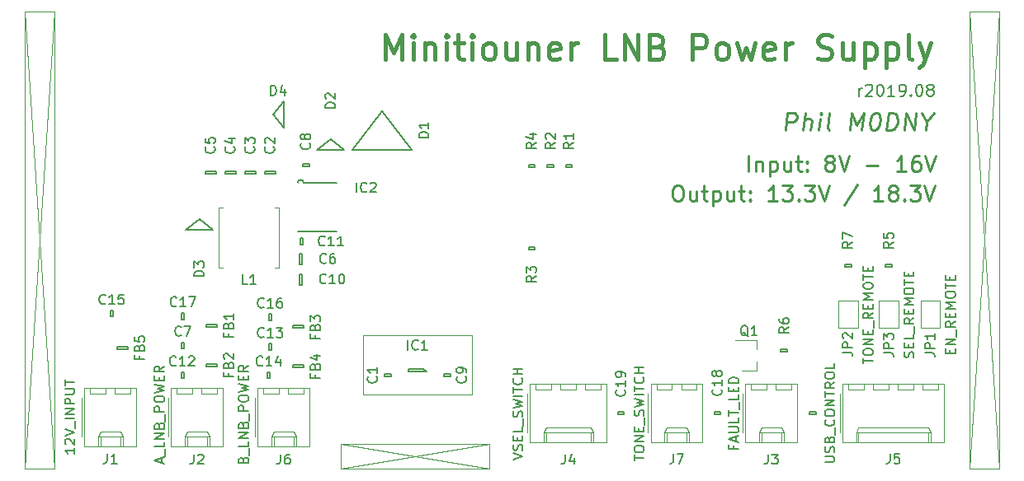
<source format=gto>
G04 #@! TF.GenerationSoftware,KiCad,Pcbnew,5.1.4-e60b266~84~ubuntu18.04.1*
G04 #@! TF.CreationDate,2019-09-15T19:51:56+01:00*
G04 #@! TF.ProjectId,minitiouner-rt5047,6d696e69-7469-46f7-956e-65722d727435,rev?*
G04 #@! TF.SameCoordinates,Original*
G04 #@! TF.FileFunction,Legend,Top*
G04 #@! TF.FilePolarity,Positive*
%FSLAX46Y46*%
G04 Gerber Fmt 4.6, Leading zero omitted, Abs format (unit mm)*
G04 Created by KiCad (PCBNEW 5.1.4-e60b266~84~ubuntu18.04.1) date 2019-09-15 19:51:56*
%MOMM*%
%LPD*%
G04 APERTURE LIST*
%ADD10C,0.250000*%
%ADD11C,0.120000*%
%ADD12C,0.400000*%
%ADD13C,0.200000*%
%ADD14C,0.150000*%
G04 APERTURE END LIST*
D10*
X114216119Y-91338309D02*
X114216119Y-89738309D01*
X114978023Y-90271642D02*
X114978023Y-91338309D01*
X114978023Y-90424023D02*
X115054214Y-90347833D01*
X115206595Y-90271642D01*
X115435166Y-90271642D01*
X115587547Y-90347833D01*
X115663738Y-90500214D01*
X115663738Y-91338309D01*
X116425642Y-90271642D02*
X116425642Y-91871642D01*
X116425642Y-90347833D02*
X116578023Y-90271642D01*
X116882785Y-90271642D01*
X117035166Y-90347833D01*
X117111357Y-90424023D01*
X117187547Y-90576404D01*
X117187547Y-91033547D01*
X117111357Y-91185928D01*
X117035166Y-91262119D01*
X116882785Y-91338309D01*
X116578023Y-91338309D01*
X116425642Y-91262119D01*
X118558976Y-90271642D02*
X118558976Y-91338309D01*
X117873261Y-90271642D02*
X117873261Y-91109738D01*
X117949452Y-91262119D01*
X118101833Y-91338309D01*
X118330404Y-91338309D01*
X118482785Y-91262119D01*
X118558976Y-91185928D01*
X119092309Y-90271642D02*
X119701833Y-90271642D01*
X119320880Y-89738309D02*
X119320880Y-91109738D01*
X119397071Y-91262119D01*
X119549452Y-91338309D01*
X119701833Y-91338309D01*
X120235166Y-91185928D02*
X120311357Y-91262119D01*
X120235166Y-91338309D01*
X120158976Y-91262119D01*
X120235166Y-91185928D01*
X120235166Y-91338309D01*
X120235166Y-90347833D02*
X120311357Y-90424023D01*
X120235166Y-90500214D01*
X120158976Y-90424023D01*
X120235166Y-90347833D01*
X120235166Y-90500214D01*
X122444690Y-90424023D02*
X122292309Y-90347833D01*
X122216119Y-90271642D01*
X122139928Y-90119261D01*
X122139928Y-90043071D01*
X122216119Y-89890690D01*
X122292309Y-89814500D01*
X122444690Y-89738309D01*
X122749452Y-89738309D01*
X122901833Y-89814500D01*
X122978023Y-89890690D01*
X123054214Y-90043071D01*
X123054214Y-90119261D01*
X122978023Y-90271642D01*
X122901833Y-90347833D01*
X122749452Y-90424023D01*
X122444690Y-90424023D01*
X122292309Y-90500214D01*
X122216119Y-90576404D01*
X122139928Y-90728785D01*
X122139928Y-91033547D01*
X122216119Y-91185928D01*
X122292309Y-91262119D01*
X122444690Y-91338309D01*
X122749452Y-91338309D01*
X122901833Y-91262119D01*
X122978023Y-91185928D01*
X123054214Y-91033547D01*
X123054214Y-90728785D01*
X122978023Y-90576404D01*
X122901833Y-90500214D01*
X122749452Y-90424023D01*
X123511357Y-89738309D02*
X124044690Y-91338309D01*
X124578023Y-89738309D01*
X126330404Y-90728785D02*
X127549452Y-90728785D01*
X130368499Y-91338309D02*
X129454214Y-91338309D01*
X129911357Y-91338309D02*
X129911357Y-89738309D01*
X129758976Y-89966880D01*
X129606595Y-90119261D01*
X129454214Y-90195452D01*
X131739928Y-89738309D02*
X131435166Y-89738309D01*
X131282785Y-89814500D01*
X131206595Y-89890690D01*
X131054214Y-90119261D01*
X130978023Y-90424023D01*
X130978023Y-91033547D01*
X131054214Y-91185928D01*
X131130404Y-91262119D01*
X131282785Y-91338309D01*
X131587547Y-91338309D01*
X131739928Y-91262119D01*
X131816119Y-91185928D01*
X131892309Y-91033547D01*
X131892309Y-90652595D01*
X131816119Y-90500214D01*
X131739928Y-90424023D01*
X131587547Y-90347833D01*
X131282785Y-90347833D01*
X131130404Y-90424023D01*
X131054214Y-90500214D01*
X130978023Y-90652595D01*
X132349452Y-89738309D02*
X132882785Y-91338309D01*
X133416119Y-89738309D01*
X106838333Y-92786309D02*
X107143095Y-92786309D01*
X107295476Y-92862500D01*
X107447857Y-93014880D01*
X107524047Y-93319642D01*
X107524047Y-93852976D01*
X107447857Y-94157738D01*
X107295476Y-94310119D01*
X107143095Y-94386309D01*
X106838333Y-94386309D01*
X106685952Y-94310119D01*
X106533571Y-94157738D01*
X106457380Y-93852976D01*
X106457380Y-93319642D01*
X106533571Y-93014880D01*
X106685952Y-92862500D01*
X106838333Y-92786309D01*
X108895476Y-93319642D02*
X108895476Y-94386309D01*
X108209761Y-93319642D02*
X108209761Y-94157738D01*
X108285952Y-94310119D01*
X108438333Y-94386309D01*
X108666904Y-94386309D01*
X108819285Y-94310119D01*
X108895476Y-94233928D01*
X109428809Y-93319642D02*
X110038333Y-93319642D01*
X109657380Y-92786309D02*
X109657380Y-94157738D01*
X109733571Y-94310119D01*
X109885952Y-94386309D01*
X110038333Y-94386309D01*
X110571666Y-93319642D02*
X110571666Y-94919642D01*
X110571666Y-93395833D02*
X110724047Y-93319642D01*
X111028809Y-93319642D01*
X111181190Y-93395833D01*
X111257380Y-93472023D01*
X111333571Y-93624404D01*
X111333571Y-94081547D01*
X111257380Y-94233928D01*
X111181190Y-94310119D01*
X111028809Y-94386309D01*
X110724047Y-94386309D01*
X110571666Y-94310119D01*
X112705000Y-93319642D02*
X112705000Y-94386309D01*
X112019285Y-93319642D02*
X112019285Y-94157738D01*
X112095476Y-94310119D01*
X112247857Y-94386309D01*
X112476428Y-94386309D01*
X112628809Y-94310119D01*
X112705000Y-94233928D01*
X113238333Y-93319642D02*
X113847857Y-93319642D01*
X113466904Y-92786309D02*
X113466904Y-94157738D01*
X113543095Y-94310119D01*
X113695476Y-94386309D01*
X113847857Y-94386309D01*
X114381190Y-94233928D02*
X114457380Y-94310119D01*
X114381190Y-94386309D01*
X114305000Y-94310119D01*
X114381190Y-94233928D01*
X114381190Y-94386309D01*
X114381190Y-93395833D02*
X114457380Y-93472023D01*
X114381190Y-93548214D01*
X114305000Y-93472023D01*
X114381190Y-93395833D01*
X114381190Y-93548214D01*
X117200238Y-94386309D02*
X116285952Y-94386309D01*
X116743095Y-94386309D02*
X116743095Y-92786309D01*
X116590714Y-93014880D01*
X116438333Y-93167261D01*
X116285952Y-93243452D01*
X117733571Y-92786309D02*
X118724047Y-92786309D01*
X118190714Y-93395833D01*
X118419285Y-93395833D01*
X118571666Y-93472023D01*
X118647857Y-93548214D01*
X118724047Y-93700595D01*
X118724047Y-94081547D01*
X118647857Y-94233928D01*
X118571666Y-94310119D01*
X118419285Y-94386309D01*
X117962142Y-94386309D01*
X117809761Y-94310119D01*
X117733571Y-94233928D01*
X119409761Y-94233928D02*
X119485952Y-94310119D01*
X119409761Y-94386309D01*
X119333571Y-94310119D01*
X119409761Y-94233928D01*
X119409761Y-94386309D01*
X120019285Y-92786309D02*
X121009761Y-92786309D01*
X120476428Y-93395833D01*
X120705000Y-93395833D01*
X120857380Y-93472023D01*
X120933571Y-93548214D01*
X121009761Y-93700595D01*
X121009761Y-94081547D01*
X120933571Y-94233928D01*
X120857380Y-94310119D01*
X120705000Y-94386309D01*
X120247857Y-94386309D01*
X120095476Y-94310119D01*
X120019285Y-94233928D01*
X121466904Y-92786309D02*
X122000238Y-94386309D01*
X122533571Y-92786309D01*
X125428809Y-92710119D02*
X124057380Y-94767261D01*
X128019285Y-94386309D02*
X127105000Y-94386309D01*
X127562142Y-94386309D02*
X127562142Y-92786309D01*
X127409761Y-93014880D01*
X127257380Y-93167261D01*
X127105000Y-93243452D01*
X128933571Y-93472023D02*
X128781190Y-93395833D01*
X128705000Y-93319642D01*
X128628809Y-93167261D01*
X128628809Y-93091071D01*
X128705000Y-92938690D01*
X128781190Y-92862500D01*
X128933571Y-92786309D01*
X129238333Y-92786309D01*
X129390714Y-92862500D01*
X129466904Y-92938690D01*
X129543095Y-93091071D01*
X129543095Y-93167261D01*
X129466904Y-93319642D01*
X129390714Y-93395833D01*
X129238333Y-93472023D01*
X128933571Y-93472023D01*
X128781190Y-93548214D01*
X128705000Y-93624404D01*
X128628809Y-93776785D01*
X128628809Y-94081547D01*
X128705000Y-94233928D01*
X128781190Y-94310119D01*
X128933571Y-94386309D01*
X129238333Y-94386309D01*
X129390714Y-94310119D01*
X129466904Y-94233928D01*
X129543095Y-94081547D01*
X129543095Y-93776785D01*
X129466904Y-93624404D01*
X129390714Y-93548214D01*
X129238333Y-93472023D01*
X130228809Y-94233928D02*
X130305000Y-94310119D01*
X130228809Y-94386309D01*
X130152619Y-94310119D01*
X130228809Y-94233928D01*
X130228809Y-94386309D01*
X130838333Y-92786309D02*
X131828809Y-92786309D01*
X131295476Y-93395833D01*
X131524047Y-93395833D01*
X131676428Y-93472023D01*
X131752619Y-93548214D01*
X131828809Y-93700595D01*
X131828809Y-94081547D01*
X131752619Y-94233928D01*
X131676428Y-94310119D01*
X131524047Y-94386309D01*
X131066904Y-94386309D01*
X130914523Y-94310119D01*
X130838333Y-94233928D01*
X132285952Y-92786309D02*
X132819285Y-94386309D01*
X133352619Y-92786309D01*
D11*
X72390000Y-119380000D02*
X87630000Y-121920000D01*
X87630000Y-119380000D02*
X72390000Y-121920000D01*
X43053000Y-74930000D02*
X40005000Y-121920000D01*
X43053000Y-121920000D02*
X40005000Y-74930000D01*
X136906000Y-74930000D02*
X139954000Y-121920000D01*
X136969500Y-74930000D02*
X136906000Y-74930000D01*
X136906000Y-121920000D02*
X139954000Y-74930000D01*
D10*
X118029660Y-87110785D02*
X118254660Y-85310785D01*
X118940375Y-85310785D01*
X119101089Y-85396500D01*
X119176089Y-85482214D01*
X119240375Y-85653642D01*
X119208232Y-85910785D01*
X119101089Y-86082214D01*
X119004660Y-86167928D01*
X118822517Y-86253642D01*
X118136803Y-86253642D01*
X119829660Y-87110785D02*
X120054660Y-85310785D01*
X120601089Y-87110785D02*
X120718946Y-86167928D01*
X120654660Y-85996500D01*
X120493946Y-85910785D01*
X120236803Y-85910785D01*
X120054660Y-85996500D01*
X119958232Y-86082214D01*
X121458232Y-87110785D02*
X121608232Y-85910785D01*
X121683232Y-85310785D02*
X121586803Y-85396500D01*
X121661803Y-85482214D01*
X121758232Y-85396500D01*
X121683232Y-85310785D01*
X121661803Y-85482214D01*
X122572517Y-87110785D02*
X122411803Y-87025071D01*
X122347517Y-86853642D01*
X122540375Y-85310785D01*
X124629660Y-87110785D02*
X124854660Y-85310785D01*
X125293946Y-86596500D01*
X126054660Y-85310785D01*
X125829660Y-87110785D01*
X127254660Y-85310785D02*
X127426089Y-85310785D01*
X127586803Y-85396500D01*
X127661803Y-85482214D01*
X127726089Y-85653642D01*
X127768946Y-85996500D01*
X127715375Y-86425071D01*
X127586803Y-86767928D01*
X127479660Y-86939357D01*
X127383232Y-87025071D01*
X127201089Y-87110785D01*
X127029660Y-87110785D01*
X126868946Y-87025071D01*
X126793946Y-86939357D01*
X126729660Y-86767928D01*
X126686803Y-86425071D01*
X126740375Y-85996500D01*
X126868946Y-85653642D01*
X126976089Y-85482214D01*
X127072517Y-85396500D01*
X127254660Y-85310785D01*
X128401089Y-87110785D02*
X128626089Y-85310785D01*
X129054660Y-85310785D01*
X129301089Y-85396500D01*
X129451089Y-85567928D01*
X129515375Y-85739357D01*
X129558232Y-86082214D01*
X129526089Y-86339357D01*
X129397517Y-86682214D01*
X129290375Y-86853642D01*
X129097517Y-87025071D01*
X128829660Y-87110785D01*
X128401089Y-87110785D01*
X130201089Y-87110785D02*
X130426089Y-85310785D01*
X131229660Y-87110785D01*
X131454660Y-85310785D01*
X132536803Y-86253642D02*
X132429660Y-87110785D01*
X132054660Y-85310785D02*
X132536803Y-86253642D01*
X133254660Y-85310785D01*
D12*
X76970976Y-79807452D02*
X76970976Y-77307452D01*
X77804309Y-79093166D01*
X78637642Y-77307452D01*
X78637642Y-79807452D01*
X79828119Y-79807452D02*
X79828119Y-78140785D01*
X79828119Y-77307452D02*
X79709071Y-77426500D01*
X79828119Y-77545547D01*
X79947166Y-77426500D01*
X79828119Y-77307452D01*
X79828119Y-77545547D01*
X81018595Y-78140785D02*
X81018595Y-79807452D01*
X81018595Y-78378880D02*
X81137642Y-78259833D01*
X81375738Y-78140785D01*
X81732880Y-78140785D01*
X81970976Y-78259833D01*
X82090023Y-78497928D01*
X82090023Y-79807452D01*
X83280499Y-79807452D02*
X83280499Y-78140785D01*
X83280499Y-77307452D02*
X83161452Y-77426500D01*
X83280499Y-77545547D01*
X83399547Y-77426500D01*
X83280499Y-77307452D01*
X83280499Y-77545547D01*
X84113833Y-78140785D02*
X85066214Y-78140785D01*
X84470976Y-77307452D02*
X84470976Y-79450309D01*
X84590023Y-79688404D01*
X84828119Y-79807452D01*
X85066214Y-79807452D01*
X85899547Y-79807452D02*
X85899547Y-78140785D01*
X85899547Y-77307452D02*
X85780499Y-77426500D01*
X85899547Y-77545547D01*
X86018595Y-77426500D01*
X85899547Y-77307452D01*
X85899547Y-77545547D01*
X87447166Y-79807452D02*
X87209071Y-79688404D01*
X87090023Y-79569357D01*
X86970976Y-79331261D01*
X86970976Y-78616976D01*
X87090023Y-78378880D01*
X87209071Y-78259833D01*
X87447166Y-78140785D01*
X87804309Y-78140785D01*
X88042404Y-78259833D01*
X88161452Y-78378880D01*
X88280499Y-78616976D01*
X88280499Y-79331261D01*
X88161452Y-79569357D01*
X88042404Y-79688404D01*
X87804309Y-79807452D01*
X87447166Y-79807452D01*
X90423357Y-78140785D02*
X90423357Y-79807452D01*
X89351928Y-78140785D02*
X89351928Y-79450309D01*
X89470976Y-79688404D01*
X89709071Y-79807452D01*
X90066214Y-79807452D01*
X90304309Y-79688404D01*
X90423357Y-79569357D01*
X91613833Y-78140785D02*
X91613833Y-79807452D01*
X91613833Y-78378880D02*
X91732880Y-78259833D01*
X91970976Y-78140785D01*
X92328119Y-78140785D01*
X92566214Y-78259833D01*
X92685261Y-78497928D01*
X92685261Y-79807452D01*
X94828119Y-79688404D02*
X94590023Y-79807452D01*
X94113833Y-79807452D01*
X93875738Y-79688404D01*
X93756690Y-79450309D01*
X93756690Y-78497928D01*
X93875738Y-78259833D01*
X94113833Y-78140785D01*
X94590023Y-78140785D01*
X94828119Y-78259833D01*
X94947166Y-78497928D01*
X94947166Y-78736023D01*
X93756690Y-78974119D01*
X96018595Y-79807452D02*
X96018595Y-78140785D01*
X96018595Y-78616976D02*
X96137642Y-78378880D01*
X96256690Y-78259833D01*
X96494785Y-78140785D01*
X96732880Y-78140785D01*
X100661452Y-79807452D02*
X99470976Y-79807452D01*
X99470976Y-77307452D01*
X101494785Y-79807452D02*
X101494785Y-77307452D01*
X102923357Y-79807452D01*
X102923357Y-77307452D01*
X104947166Y-78497928D02*
X105304309Y-78616976D01*
X105423357Y-78736023D01*
X105542404Y-78974119D01*
X105542404Y-79331261D01*
X105423357Y-79569357D01*
X105304309Y-79688404D01*
X105066214Y-79807452D01*
X104113833Y-79807452D01*
X104113833Y-77307452D01*
X104947166Y-77307452D01*
X105185261Y-77426500D01*
X105304309Y-77545547D01*
X105423357Y-77783642D01*
X105423357Y-78021738D01*
X105304309Y-78259833D01*
X105185261Y-78378880D01*
X104947166Y-78497928D01*
X104113833Y-78497928D01*
X108518595Y-79807452D02*
X108518595Y-77307452D01*
X109470976Y-77307452D01*
X109709071Y-77426500D01*
X109828119Y-77545547D01*
X109947166Y-77783642D01*
X109947166Y-78140785D01*
X109828119Y-78378880D01*
X109709071Y-78497928D01*
X109470976Y-78616976D01*
X108518595Y-78616976D01*
X111375738Y-79807452D02*
X111137642Y-79688404D01*
X111018595Y-79569357D01*
X110899547Y-79331261D01*
X110899547Y-78616976D01*
X111018595Y-78378880D01*
X111137642Y-78259833D01*
X111375738Y-78140785D01*
X111732880Y-78140785D01*
X111970976Y-78259833D01*
X112090023Y-78378880D01*
X112209071Y-78616976D01*
X112209071Y-79331261D01*
X112090023Y-79569357D01*
X111970976Y-79688404D01*
X111732880Y-79807452D01*
X111375738Y-79807452D01*
X113042404Y-78140785D02*
X113518595Y-79807452D01*
X113994785Y-78616976D01*
X114470976Y-79807452D01*
X114947166Y-78140785D01*
X116851928Y-79688404D02*
X116613833Y-79807452D01*
X116137642Y-79807452D01*
X115899547Y-79688404D01*
X115780499Y-79450309D01*
X115780499Y-78497928D01*
X115899547Y-78259833D01*
X116137642Y-78140785D01*
X116613833Y-78140785D01*
X116851928Y-78259833D01*
X116970976Y-78497928D01*
X116970976Y-78736023D01*
X115780499Y-78974119D01*
X118042404Y-79807452D02*
X118042404Y-78140785D01*
X118042404Y-78616976D02*
X118161452Y-78378880D01*
X118280499Y-78259833D01*
X118518595Y-78140785D01*
X118756690Y-78140785D01*
X121375738Y-79688404D02*
X121732880Y-79807452D01*
X122328119Y-79807452D01*
X122566214Y-79688404D01*
X122685261Y-79569357D01*
X122804309Y-79331261D01*
X122804309Y-79093166D01*
X122685261Y-78855071D01*
X122566214Y-78736023D01*
X122328119Y-78616976D01*
X121851928Y-78497928D01*
X121613833Y-78378880D01*
X121494785Y-78259833D01*
X121375738Y-78021738D01*
X121375738Y-77783642D01*
X121494785Y-77545547D01*
X121613833Y-77426500D01*
X121851928Y-77307452D01*
X122447166Y-77307452D01*
X122804309Y-77426500D01*
X124947166Y-78140785D02*
X124947166Y-79807452D01*
X123875738Y-78140785D02*
X123875738Y-79450309D01*
X123994785Y-79688404D01*
X124232880Y-79807452D01*
X124590023Y-79807452D01*
X124828119Y-79688404D01*
X124947166Y-79569357D01*
X126137642Y-78140785D02*
X126137642Y-80640785D01*
X126137642Y-78259833D02*
X126375738Y-78140785D01*
X126851928Y-78140785D01*
X127090023Y-78259833D01*
X127209071Y-78378880D01*
X127328119Y-78616976D01*
X127328119Y-79331261D01*
X127209071Y-79569357D01*
X127090023Y-79688404D01*
X126851928Y-79807452D01*
X126375738Y-79807452D01*
X126137642Y-79688404D01*
X128399547Y-78140785D02*
X128399547Y-80640785D01*
X128399547Y-78259833D02*
X128637642Y-78140785D01*
X129113833Y-78140785D01*
X129351928Y-78259833D01*
X129470976Y-78378880D01*
X129590023Y-78616976D01*
X129590023Y-79331261D01*
X129470976Y-79569357D01*
X129351928Y-79688404D01*
X129113833Y-79807452D01*
X128637642Y-79807452D01*
X128399547Y-79688404D01*
X131018595Y-79807452D02*
X130780499Y-79688404D01*
X130661452Y-79450309D01*
X130661452Y-77307452D01*
X131732880Y-78140785D02*
X132328119Y-79807452D01*
X132923357Y-78140785D02*
X132328119Y-79807452D01*
X132090023Y-80402690D01*
X131970976Y-80521738D01*
X131732880Y-80640785D01*
D13*
X125588285Y-83600857D02*
X125588285Y-82800857D01*
X125588285Y-83029428D02*
X125645428Y-82915142D01*
X125702571Y-82858000D01*
X125816857Y-82800857D01*
X125931142Y-82800857D01*
X126274000Y-82515142D02*
X126331142Y-82458000D01*
X126445428Y-82400857D01*
X126731142Y-82400857D01*
X126845428Y-82458000D01*
X126902571Y-82515142D01*
X126959714Y-82629428D01*
X126959714Y-82743714D01*
X126902571Y-82915142D01*
X126216857Y-83600857D01*
X126959714Y-83600857D01*
X127702571Y-82400857D02*
X127816857Y-82400857D01*
X127931142Y-82458000D01*
X127988285Y-82515142D01*
X128045428Y-82629428D01*
X128102571Y-82858000D01*
X128102571Y-83143714D01*
X128045428Y-83372285D01*
X127988285Y-83486571D01*
X127931142Y-83543714D01*
X127816857Y-83600857D01*
X127702571Y-83600857D01*
X127588285Y-83543714D01*
X127531142Y-83486571D01*
X127474000Y-83372285D01*
X127416857Y-83143714D01*
X127416857Y-82858000D01*
X127474000Y-82629428D01*
X127531142Y-82515142D01*
X127588285Y-82458000D01*
X127702571Y-82400857D01*
X129245428Y-83600857D02*
X128559714Y-83600857D01*
X128902571Y-83600857D02*
X128902571Y-82400857D01*
X128788285Y-82572285D01*
X128674000Y-82686571D01*
X128559714Y-82743714D01*
X129816857Y-83600857D02*
X130045428Y-83600857D01*
X130159714Y-83543714D01*
X130216857Y-83486571D01*
X130331142Y-83315142D01*
X130388285Y-83086571D01*
X130388285Y-82629428D01*
X130331142Y-82515142D01*
X130274000Y-82458000D01*
X130159714Y-82400857D01*
X129931142Y-82400857D01*
X129816857Y-82458000D01*
X129759714Y-82515142D01*
X129702571Y-82629428D01*
X129702571Y-82915142D01*
X129759714Y-83029428D01*
X129816857Y-83086571D01*
X129931142Y-83143714D01*
X130159714Y-83143714D01*
X130274000Y-83086571D01*
X130331142Y-83029428D01*
X130388285Y-82915142D01*
X130902571Y-83486571D02*
X130959714Y-83543714D01*
X130902571Y-83600857D01*
X130845428Y-83543714D01*
X130902571Y-83486571D01*
X130902571Y-83600857D01*
X131702571Y-82400857D02*
X131816857Y-82400857D01*
X131931142Y-82458000D01*
X131988285Y-82515142D01*
X132045428Y-82629428D01*
X132102571Y-82858000D01*
X132102571Y-83143714D01*
X132045428Y-83372285D01*
X131988285Y-83486571D01*
X131931142Y-83543714D01*
X131816857Y-83600857D01*
X131702571Y-83600857D01*
X131588285Y-83543714D01*
X131531142Y-83486571D01*
X131474000Y-83372285D01*
X131416857Y-83143714D01*
X131416857Y-82858000D01*
X131474000Y-82629428D01*
X131531142Y-82515142D01*
X131588285Y-82458000D01*
X131702571Y-82400857D01*
X132788285Y-82915142D02*
X132674000Y-82858000D01*
X132616857Y-82800857D01*
X132559714Y-82686571D01*
X132559714Y-82629428D01*
X132616857Y-82515142D01*
X132674000Y-82458000D01*
X132788285Y-82400857D01*
X133016857Y-82400857D01*
X133131142Y-82458000D01*
X133188285Y-82515142D01*
X133245428Y-82629428D01*
X133245428Y-82686571D01*
X133188285Y-82800857D01*
X133131142Y-82858000D01*
X133016857Y-82915142D01*
X132788285Y-82915142D01*
X132674000Y-82972285D01*
X132616857Y-83029428D01*
X132559714Y-83143714D01*
X132559714Y-83372285D01*
X132616857Y-83486571D01*
X132674000Y-83543714D01*
X132788285Y-83600857D01*
X133016857Y-83600857D01*
X133131142Y-83543714D01*
X133188285Y-83486571D01*
X133245428Y-83372285D01*
X133245428Y-83143714D01*
X133188285Y-83029428D01*
X133131142Y-82972285D01*
X133016857Y-82915142D01*
D11*
X85852000Y-114300000D02*
X74676000Y-114300000D01*
X85852000Y-108204000D02*
X85852000Y-114300000D01*
X85598000Y-108204000D02*
X85852000Y-108204000D01*
X74676000Y-108204000D02*
X85598000Y-108204000D01*
X74676000Y-114300000D02*
X74676000Y-108204000D01*
X139954000Y-74930000D02*
X139954000Y-121920000D01*
X136906000Y-74930000D02*
X139954000Y-74930000D01*
X136906000Y-121920000D02*
X136906000Y-74930000D01*
X139954000Y-121920000D02*
X136906000Y-121920000D01*
X40005000Y-121920000D02*
X43053000Y-121920000D01*
X40005000Y-74930000D02*
X40005000Y-121920000D01*
X43053000Y-74930000D02*
X40005000Y-74930000D01*
X43053000Y-121920000D02*
X43053000Y-74930000D01*
X72390000Y-121920000D02*
X87630000Y-121920000D01*
X72390000Y-119380000D02*
X72390000Y-121920000D01*
X87630000Y-119380000D02*
X72390000Y-119380000D01*
X87630000Y-121920000D02*
X87630000Y-119380000D01*
D14*
X77541000Y-112393000D02*
X76891000Y-112393000D01*
X77541000Y-112143000D02*
X77541000Y-112393000D01*
X76891000Y-112143000D02*
X77541000Y-112143000D01*
X76891000Y-112393000D02*
X76891000Y-112143000D01*
X65701000Y-91565000D02*
X64601000Y-91565000D01*
X65701000Y-91315000D02*
X65701000Y-91565000D01*
X64601000Y-91315000D02*
X65701000Y-91315000D01*
X64601000Y-91565000D02*
X64601000Y-91315000D01*
X62569000Y-91565000D02*
X62569000Y-91315000D01*
X62569000Y-91315000D02*
X63669000Y-91315000D01*
X63669000Y-91315000D02*
X63669000Y-91565000D01*
X63669000Y-91565000D02*
X62569000Y-91565000D01*
X61637000Y-91565000D02*
X60537000Y-91565000D01*
X61637000Y-91315000D02*
X61637000Y-91565000D01*
X60537000Y-91315000D02*
X61637000Y-91315000D01*
X60537000Y-91565000D02*
X60537000Y-91315000D01*
X58505000Y-91565000D02*
X58505000Y-91315000D01*
X58505000Y-91315000D02*
X59605000Y-91315000D01*
X59605000Y-91315000D02*
X59605000Y-91565000D01*
X59605000Y-91565000D02*
X58505000Y-91565000D01*
X68170520Y-100869840D02*
X68170520Y-99769840D01*
X68420520Y-100869840D02*
X68170520Y-100869840D01*
X68420520Y-99769840D02*
X68420520Y-100869840D01*
X68170520Y-99769840D02*
X68420520Y-99769840D01*
X56297000Y-109545000D02*
X56047000Y-109545000D01*
X56047000Y-109545000D02*
X56047000Y-108895000D01*
X56047000Y-108895000D02*
X56297000Y-108895000D01*
X56297000Y-108895000D02*
X56297000Y-109545000D01*
X69159000Y-90553000D02*
X69159000Y-90803000D01*
X69159000Y-90803000D02*
X68509000Y-90803000D01*
X68509000Y-90803000D02*
X68509000Y-90553000D01*
X68509000Y-90553000D02*
X69159000Y-90553000D01*
X82987000Y-112143000D02*
X83637000Y-112143000D01*
X82987000Y-112393000D02*
X82987000Y-112143000D01*
X83637000Y-112393000D02*
X82987000Y-112393000D01*
X83637000Y-112143000D02*
X83637000Y-112393000D01*
X68170520Y-101872960D02*
X68420520Y-101872960D01*
X68420520Y-101872960D02*
X68420520Y-102972960D01*
X68420520Y-102972960D02*
X68170520Y-102972960D01*
X68170520Y-102972960D02*
X68170520Y-101872960D01*
X68267040Y-98856680D02*
X68267040Y-98206680D01*
X68517040Y-98856680D02*
X68267040Y-98856680D01*
X68517040Y-98206680D02*
X68517040Y-98856680D01*
X68267040Y-98206680D02*
X68517040Y-98206680D01*
X56297000Y-112593000D02*
X56047000Y-112593000D01*
X56047000Y-112593000D02*
X56047000Y-111943000D01*
X56047000Y-111943000D02*
X56297000Y-111943000D01*
X56297000Y-111943000D02*
X56297000Y-112593000D01*
X76644500Y-85122000D02*
X79679500Y-89122000D01*
X76644500Y-85122000D02*
X73609500Y-89122000D01*
X79679500Y-89122000D02*
X73609500Y-89122000D01*
X81214000Y-111910000D02*
X81214000Y-111910000D01*
X81214000Y-111910000D02*
X79314000Y-111910000D01*
X79314000Y-111910000D02*
X79314000Y-111610000D01*
X79314000Y-111610000D02*
X80914000Y-111610000D01*
X80914000Y-111610000D02*
X81214000Y-111910000D01*
X68600000Y-92500000D02*
X72000000Y-92500000D01*
X68000000Y-97500000D02*
X72000000Y-97500000D01*
X68600000Y-92500000D02*
G75*
G03X68000000Y-92500000I-300000J0D01*
G01*
X95496500Y-90680000D02*
X96146500Y-90680000D01*
X95496500Y-90930000D02*
X95496500Y-90680000D01*
X96146500Y-90930000D02*
X95496500Y-90930000D01*
X96146500Y-90680000D02*
X96146500Y-90930000D01*
X94241500Y-90654500D02*
X94241500Y-90904500D01*
X94241500Y-90904500D02*
X93591500Y-90904500D01*
X93591500Y-90904500D02*
X93591500Y-90654500D01*
X93591500Y-90654500D02*
X94241500Y-90654500D01*
X92336500Y-99125500D02*
X92336500Y-99375500D01*
X92336500Y-99375500D02*
X91686500Y-99375500D01*
X91686500Y-99375500D02*
X91686500Y-99125500D01*
X91686500Y-99125500D02*
X92336500Y-99125500D01*
X91686500Y-90680000D02*
X92336500Y-90680000D01*
X91686500Y-90930000D02*
X91686500Y-90680000D01*
X92336500Y-90930000D02*
X91686500Y-90930000D01*
X92336500Y-90680000D02*
X92336500Y-90930000D01*
X128976000Y-101153500D02*
X128326000Y-101153500D01*
X128976000Y-100903500D02*
X128976000Y-101153500D01*
X128326000Y-100903500D02*
X128976000Y-100903500D01*
X128326000Y-101153500D02*
X128326000Y-100903500D01*
D11*
X46118000Y-113556000D02*
X46118000Y-119576000D01*
X46118000Y-119576000D02*
X51418000Y-119576000D01*
X51418000Y-119576000D02*
X51418000Y-113556000D01*
X51418000Y-113556000D02*
X46118000Y-113556000D01*
X45828000Y-114586000D02*
X45828000Y-118586000D01*
X47498000Y-119576000D02*
X47498000Y-118576000D01*
X47498000Y-118576000D02*
X50038000Y-118576000D01*
X50038000Y-118576000D02*
X50038000Y-119576000D01*
X47498000Y-118576000D02*
X47748000Y-118046000D01*
X47748000Y-118046000D02*
X49788000Y-118046000D01*
X49788000Y-118046000D02*
X50038000Y-118576000D01*
X47748000Y-119576000D02*
X47748000Y-118576000D01*
X49788000Y-119576000D02*
X49788000Y-118576000D01*
X46698000Y-113556000D02*
X46698000Y-114156000D01*
X46698000Y-114156000D02*
X48298000Y-114156000D01*
X48298000Y-114156000D02*
X48298000Y-113556000D01*
X49238000Y-113556000D02*
X49238000Y-114156000D01*
X49238000Y-114156000D02*
X50838000Y-114156000D01*
X50838000Y-114156000D02*
X50838000Y-113556000D01*
X59728000Y-114156000D02*
X59728000Y-113556000D01*
X58128000Y-114156000D02*
X59728000Y-114156000D01*
X58128000Y-113556000D02*
X58128000Y-114156000D01*
X57188000Y-114156000D02*
X57188000Y-113556000D01*
X55588000Y-114156000D02*
X57188000Y-114156000D01*
X55588000Y-113556000D02*
X55588000Y-114156000D01*
X58678000Y-119576000D02*
X58678000Y-118576000D01*
X56638000Y-119576000D02*
X56638000Y-118576000D01*
X58678000Y-118046000D02*
X58928000Y-118576000D01*
X56638000Y-118046000D02*
X58678000Y-118046000D01*
X56388000Y-118576000D02*
X56638000Y-118046000D01*
X58928000Y-118576000D02*
X58928000Y-119576000D01*
X56388000Y-118576000D02*
X58928000Y-118576000D01*
X56388000Y-119576000D02*
X56388000Y-118576000D01*
X54718000Y-114586000D02*
X54718000Y-118586000D01*
X60308000Y-113556000D02*
X55008000Y-113556000D01*
X60308000Y-119576000D02*
X60308000Y-113556000D01*
X55008000Y-119576000D02*
X60308000Y-119576000D01*
X55008000Y-113556000D02*
X55008000Y-119576000D01*
X113936000Y-113175000D02*
X113936000Y-119195000D01*
X113936000Y-119195000D02*
X119236000Y-119195000D01*
X119236000Y-119195000D02*
X119236000Y-113175000D01*
X119236000Y-113175000D02*
X113936000Y-113175000D01*
X113646000Y-114205000D02*
X113646000Y-118205000D01*
X115316000Y-119195000D02*
X115316000Y-118195000D01*
X115316000Y-118195000D02*
X117856000Y-118195000D01*
X117856000Y-118195000D02*
X117856000Y-119195000D01*
X115316000Y-118195000D02*
X115566000Y-117665000D01*
X115566000Y-117665000D02*
X117606000Y-117665000D01*
X117606000Y-117665000D02*
X117856000Y-118195000D01*
X115566000Y-119195000D02*
X115566000Y-118195000D01*
X117606000Y-119195000D02*
X117606000Y-118195000D01*
X114516000Y-113175000D02*
X114516000Y-113775000D01*
X114516000Y-113775000D02*
X116116000Y-113775000D01*
X116116000Y-113775000D02*
X116116000Y-113175000D01*
X117056000Y-113175000D02*
X117056000Y-113775000D01*
X117056000Y-113775000D02*
X118656000Y-113775000D01*
X118656000Y-113775000D02*
X118656000Y-113175000D01*
X91838000Y-113175000D02*
X91838000Y-119195000D01*
X91838000Y-119195000D02*
X99678000Y-119195000D01*
X99678000Y-119195000D02*
X99678000Y-113175000D01*
X99678000Y-113175000D02*
X91838000Y-113175000D01*
X91548000Y-114205000D02*
X91548000Y-118205000D01*
X93218000Y-119195000D02*
X93218000Y-118195000D01*
X93218000Y-118195000D02*
X98298000Y-118195000D01*
X98298000Y-118195000D02*
X98298000Y-119195000D01*
X93218000Y-118195000D02*
X93468000Y-117665000D01*
X93468000Y-117665000D02*
X98048000Y-117665000D01*
X98048000Y-117665000D02*
X98298000Y-118195000D01*
X93468000Y-119195000D02*
X93468000Y-118195000D01*
X98048000Y-119195000D02*
X98048000Y-118195000D01*
X92418000Y-113175000D02*
X92418000Y-113775000D01*
X92418000Y-113775000D02*
X94018000Y-113775000D01*
X94018000Y-113775000D02*
X94018000Y-113175000D01*
X94958000Y-113175000D02*
X94958000Y-113775000D01*
X94958000Y-113775000D02*
X96558000Y-113775000D01*
X96558000Y-113775000D02*
X96558000Y-113175000D01*
X97498000Y-113175000D02*
X97498000Y-113775000D01*
X97498000Y-113775000D02*
X99098000Y-113775000D01*
X99098000Y-113775000D02*
X99098000Y-113175000D01*
X123905500Y-113175000D02*
X123905500Y-119195000D01*
X123905500Y-119195000D02*
X134285500Y-119195000D01*
X134285500Y-119195000D02*
X134285500Y-113175000D01*
X134285500Y-113175000D02*
X123905500Y-113175000D01*
X123615500Y-114205000D02*
X123615500Y-118205000D01*
X125285500Y-119195000D02*
X125285500Y-118195000D01*
X125285500Y-118195000D02*
X132905500Y-118195000D01*
X132905500Y-118195000D02*
X132905500Y-119195000D01*
X125285500Y-118195000D02*
X125535500Y-117665000D01*
X125535500Y-117665000D02*
X132655500Y-117665000D01*
X132655500Y-117665000D02*
X132905500Y-118195000D01*
X125535500Y-119195000D02*
X125535500Y-118195000D01*
X132655500Y-119195000D02*
X132655500Y-118195000D01*
X124485500Y-113175000D02*
X124485500Y-113775000D01*
X124485500Y-113775000D02*
X126085500Y-113775000D01*
X126085500Y-113775000D02*
X126085500Y-113175000D01*
X127025500Y-113175000D02*
X127025500Y-113775000D01*
X127025500Y-113775000D02*
X128625500Y-113775000D01*
X128625500Y-113775000D02*
X128625500Y-113175000D01*
X129565500Y-113175000D02*
X129565500Y-113775000D01*
X129565500Y-113775000D02*
X131165500Y-113775000D01*
X131165500Y-113775000D02*
X131165500Y-113175000D01*
X132105500Y-113175000D02*
X132105500Y-113775000D01*
X132105500Y-113775000D02*
X133705500Y-113775000D01*
X133705500Y-113775000D02*
X133705500Y-113175000D01*
X115060000Y-111816000D02*
X115060000Y-110886000D01*
X115060000Y-108656000D02*
X115060000Y-109586000D01*
X115060000Y-108656000D02*
X112900000Y-108656000D01*
X115060000Y-111816000D02*
X113600000Y-111816000D01*
D14*
X117531000Y-109853000D02*
X117531000Y-109603000D01*
X117531000Y-109603000D02*
X118181000Y-109603000D01*
X118181000Y-109603000D02*
X118181000Y-109853000D01*
X118181000Y-109853000D02*
X117531000Y-109853000D01*
X65276000Y-109022000D02*
X65276000Y-109672000D01*
X65026000Y-109022000D02*
X65276000Y-109022000D01*
X65026000Y-109672000D02*
X65026000Y-109022000D01*
X65276000Y-109672000D02*
X65026000Y-109672000D01*
X65149000Y-111943000D02*
X65149000Y-112593000D01*
X64899000Y-111943000D02*
X65149000Y-111943000D01*
X64899000Y-112593000D02*
X64899000Y-111943000D01*
X65149000Y-112593000D02*
X64899000Y-112593000D01*
D11*
X63898000Y-113556000D02*
X63898000Y-119576000D01*
X63898000Y-119576000D02*
X69198000Y-119576000D01*
X69198000Y-119576000D02*
X69198000Y-113556000D01*
X69198000Y-113556000D02*
X63898000Y-113556000D01*
X63608000Y-114586000D02*
X63608000Y-118586000D01*
X65278000Y-119576000D02*
X65278000Y-118576000D01*
X65278000Y-118576000D02*
X67818000Y-118576000D01*
X67818000Y-118576000D02*
X67818000Y-119576000D01*
X65278000Y-118576000D02*
X65528000Y-118046000D01*
X65528000Y-118046000D02*
X67568000Y-118046000D01*
X67568000Y-118046000D02*
X67818000Y-118576000D01*
X65528000Y-119576000D02*
X65528000Y-118576000D01*
X67568000Y-119576000D02*
X67568000Y-118576000D01*
X64478000Y-113556000D02*
X64478000Y-114156000D01*
X64478000Y-114156000D02*
X66078000Y-114156000D01*
X66078000Y-114156000D02*
X66078000Y-113556000D01*
X67018000Y-113556000D02*
X67018000Y-114156000D01*
X67018000Y-114156000D02*
X68618000Y-114156000D01*
X68618000Y-114156000D02*
X68618000Y-113556000D01*
D14*
X58632000Y-107313000D02*
X58632000Y-107063000D01*
X58632000Y-107063000D02*
X59732000Y-107063000D01*
X59732000Y-107063000D02*
X59732000Y-107313000D01*
X59732000Y-107313000D02*
X58632000Y-107313000D01*
X59732000Y-111377000D02*
X58632000Y-111377000D01*
X59732000Y-111127000D02*
X59732000Y-111377000D01*
X58632000Y-111127000D02*
X59732000Y-111127000D01*
X58632000Y-111377000D02*
X58632000Y-111127000D01*
X67522000Y-107440000D02*
X67522000Y-107190000D01*
X67522000Y-107190000D02*
X68622000Y-107190000D01*
X68622000Y-107190000D02*
X68622000Y-107440000D01*
X68622000Y-107440000D02*
X67522000Y-107440000D01*
X68622000Y-111504000D02*
X67522000Y-111504000D01*
X68622000Y-111254000D02*
X68622000Y-111504000D01*
X67522000Y-111254000D02*
X68622000Y-111254000D01*
X67522000Y-111504000D02*
X67522000Y-111254000D01*
D11*
X131905500Y-104645000D02*
X133905500Y-104645000D01*
X131905500Y-107445000D02*
X131905500Y-104645000D01*
X133905500Y-107445000D02*
X131905500Y-107445000D01*
X133905500Y-104645000D02*
X133905500Y-107445000D01*
X125460000Y-104645000D02*
X125460000Y-107445000D01*
X125460000Y-107445000D02*
X123460000Y-107445000D01*
X123460000Y-107445000D02*
X123460000Y-104645000D01*
X123460000Y-104645000D02*
X125460000Y-104645000D01*
D14*
X50603240Y-109323600D02*
X50603240Y-109573600D01*
X50603240Y-109573600D02*
X49503240Y-109573600D01*
X49503240Y-109573600D02*
X49503240Y-109323600D01*
X49503240Y-109323600D02*
X50603240Y-109323600D01*
D11*
X127651000Y-104645000D02*
X129651000Y-104645000D01*
X127651000Y-107445000D02*
X127651000Y-104645000D01*
X129651000Y-107445000D02*
X127651000Y-107445000D01*
X129651000Y-104645000D02*
X129651000Y-107445000D01*
D14*
X49020000Y-106243000D02*
X48770000Y-106243000D01*
X48770000Y-106243000D02*
X48770000Y-105593000D01*
X48770000Y-105593000D02*
X49020000Y-105593000D01*
X49020000Y-105593000D02*
X49020000Y-106243000D01*
X65270920Y-105994320D02*
X65270920Y-106644320D01*
X65020920Y-105994320D02*
X65270920Y-105994320D01*
X65020920Y-106644320D02*
X65020920Y-105994320D01*
X65270920Y-106644320D02*
X65020920Y-106644320D01*
X56299640Y-106522400D02*
X56049640Y-106522400D01*
X56049640Y-106522400D02*
X56049640Y-105872400D01*
X56049640Y-105872400D02*
X56299640Y-105872400D01*
X56299640Y-105872400D02*
X56299640Y-106522400D01*
X111386500Y-116080000D02*
X111386500Y-116330000D01*
X111386500Y-116330000D02*
X110736500Y-116330000D01*
X110736500Y-116330000D02*
X110736500Y-116080000D01*
X110736500Y-116080000D02*
X111386500Y-116080000D01*
X100830500Y-116080000D02*
X101480500Y-116080000D01*
X100830500Y-116330000D02*
X100830500Y-116080000D01*
X101480500Y-116330000D02*
X100830500Y-116330000D01*
X101480500Y-116080000D02*
X101480500Y-116330000D01*
D11*
X104220500Y-113175000D02*
X104220500Y-119195000D01*
X104220500Y-119195000D02*
X109520500Y-119195000D01*
X109520500Y-119195000D02*
X109520500Y-113175000D01*
X109520500Y-113175000D02*
X104220500Y-113175000D01*
X103930500Y-114205000D02*
X103930500Y-118205000D01*
X105600500Y-119195000D02*
X105600500Y-118195000D01*
X105600500Y-118195000D02*
X108140500Y-118195000D01*
X108140500Y-118195000D02*
X108140500Y-119195000D01*
X105600500Y-118195000D02*
X105850500Y-117665000D01*
X105850500Y-117665000D02*
X107890500Y-117665000D01*
X107890500Y-117665000D02*
X108140500Y-118195000D01*
X105850500Y-119195000D02*
X105850500Y-118195000D01*
X107890500Y-119195000D02*
X107890500Y-118195000D01*
X104800500Y-113175000D02*
X104800500Y-113775000D01*
X104800500Y-113775000D02*
X106400500Y-113775000D01*
X106400500Y-113775000D02*
X106400500Y-113175000D01*
X107340500Y-113175000D02*
X107340500Y-113775000D01*
X107340500Y-113775000D02*
X108940500Y-113775000D01*
X108940500Y-113775000D02*
X108940500Y-113175000D01*
D14*
X124135000Y-101153500D02*
X124135000Y-100903500D01*
X124135000Y-100903500D02*
X124785000Y-100903500D01*
X124785000Y-100903500D02*
X124785000Y-101153500D01*
X124785000Y-101153500D02*
X124135000Y-101153500D01*
X121165500Y-116080000D02*
X121165500Y-116330000D01*
X121165500Y-116330000D02*
X120515500Y-116330000D01*
X120515500Y-116330000D02*
X120515500Y-116080000D01*
X120515500Y-116080000D02*
X121165500Y-116080000D01*
D11*
X59892000Y-101250500D02*
X59892000Y-95050500D01*
X59892000Y-95050500D02*
X60342000Y-95050500D01*
X66092000Y-95050500D02*
X66092000Y-101250500D01*
X66092000Y-95050500D02*
X65642000Y-95050500D01*
X66092000Y-101250500D02*
X65642000Y-101250500D01*
X59892000Y-101250500D02*
X60342000Y-101250500D01*
D14*
X71374000Y-88032500D02*
X72759000Y-89132500D01*
X71374000Y-88032500D02*
X69989000Y-89132500D01*
X72759000Y-89132500D02*
X69989000Y-89132500D01*
X57912000Y-96255500D02*
X59297000Y-97355500D01*
X57912000Y-96255500D02*
X56527000Y-97355500D01*
X59297000Y-97355500D02*
X56527000Y-97355500D01*
X66526500Y-84086000D02*
X66526500Y-86856000D01*
X65426500Y-85471000D02*
X66526500Y-86856000D01*
X65426500Y-85471000D02*
X66526500Y-84086000D01*
X76049142Y-112434666D02*
X76096761Y-112482285D01*
X76144380Y-112625142D01*
X76144380Y-112720380D01*
X76096761Y-112863238D01*
X76001523Y-112958476D01*
X75906285Y-113006095D01*
X75715809Y-113053714D01*
X75572952Y-113053714D01*
X75382476Y-113006095D01*
X75287238Y-112958476D01*
X75192000Y-112863238D01*
X75144380Y-112720380D01*
X75144380Y-112625142D01*
X75192000Y-112482285D01*
X75239619Y-112434666D01*
X76144380Y-111482285D02*
X76144380Y-112053714D01*
X76144380Y-111768000D02*
X75144380Y-111768000D01*
X75287238Y-111863238D01*
X75382476Y-111958476D01*
X75430095Y-112053714D01*
X65508142Y-88812666D02*
X65555761Y-88860285D01*
X65603380Y-89003142D01*
X65603380Y-89098380D01*
X65555761Y-89241238D01*
X65460523Y-89336476D01*
X65365285Y-89384095D01*
X65174809Y-89431714D01*
X65031952Y-89431714D01*
X64841476Y-89384095D01*
X64746238Y-89336476D01*
X64651000Y-89241238D01*
X64603380Y-89098380D01*
X64603380Y-89003142D01*
X64651000Y-88860285D01*
X64698619Y-88812666D01*
X64698619Y-88431714D02*
X64651000Y-88384095D01*
X64603380Y-88288857D01*
X64603380Y-88050761D01*
X64651000Y-87955523D01*
X64698619Y-87907904D01*
X64793857Y-87860285D01*
X64889095Y-87860285D01*
X65031952Y-87907904D01*
X65603380Y-88479333D01*
X65603380Y-87860285D01*
X63476142Y-88812666D02*
X63523761Y-88860285D01*
X63571380Y-89003142D01*
X63571380Y-89098380D01*
X63523761Y-89241238D01*
X63428523Y-89336476D01*
X63333285Y-89384095D01*
X63142809Y-89431714D01*
X62999952Y-89431714D01*
X62809476Y-89384095D01*
X62714238Y-89336476D01*
X62619000Y-89241238D01*
X62571380Y-89098380D01*
X62571380Y-89003142D01*
X62619000Y-88860285D01*
X62666619Y-88812666D01*
X62571380Y-88479333D02*
X62571380Y-87860285D01*
X62952333Y-88193619D01*
X62952333Y-88050761D01*
X62999952Y-87955523D01*
X63047571Y-87907904D01*
X63142809Y-87860285D01*
X63380904Y-87860285D01*
X63476142Y-87907904D01*
X63523761Y-87955523D01*
X63571380Y-88050761D01*
X63571380Y-88336476D01*
X63523761Y-88431714D01*
X63476142Y-88479333D01*
X61444142Y-88812666D02*
X61491761Y-88860285D01*
X61539380Y-89003142D01*
X61539380Y-89098380D01*
X61491761Y-89241238D01*
X61396523Y-89336476D01*
X61301285Y-89384095D01*
X61110809Y-89431714D01*
X60967952Y-89431714D01*
X60777476Y-89384095D01*
X60682238Y-89336476D01*
X60587000Y-89241238D01*
X60539380Y-89098380D01*
X60539380Y-89003142D01*
X60587000Y-88860285D01*
X60634619Y-88812666D01*
X60872714Y-87955523D02*
X61539380Y-87955523D01*
X60491761Y-88193619D02*
X61206047Y-88431714D01*
X61206047Y-87812666D01*
X59412142Y-88812666D02*
X59459761Y-88860285D01*
X59507380Y-89003142D01*
X59507380Y-89098380D01*
X59459761Y-89241238D01*
X59364523Y-89336476D01*
X59269285Y-89384095D01*
X59078809Y-89431714D01*
X58935952Y-89431714D01*
X58745476Y-89384095D01*
X58650238Y-89336476D01*
X58555000Y-89241238D01*
X58507380Y-89098380D01*
X58507380Y-89003142D01*
X58555000Y-88860285D01*
X58602619Y-88812666D01*
X58507380Y-87907904D02*
X58507380Y-88384095D01*
X58983571Y-88431714D01*
X58935952Y-88384095D01*
X58888333Y-88288857D01*
X58888333Y-88050761D01*
X58935952Y-87955523D01*
X58983571Y-87907904D01*
X59078809Y-87860285D01*
X59316904Y-87860285D01*
X59412142Y-87907904D01*
X59459761Y-87955523D01*
X59507380Y-88050761D01*
X59507380Y-88288857D01*
X59459761Y-88384095D01*
X59412142Y-88431714D01*
X70902533Y-100687142D02*
X70854914Y-100734761D01*
X70712057Y-100782380D01*
X70616819Y-100782380D01*
X70473961Y-100734761D01*
X70378723Y-100639523D01*
X70331104Y-100544285D01*
X70283485Y-100353809D01*
X70283485Y-100210952D01*
X70331104Y-100020476D01*
X70378723Y-99925238D01*
X70473961Y-99830000D01*
X70616819Y-99782380D01*
X70712057Y-99782380D01*
X70854914Y-99830000D01*
X70902533Y-99877619D01*
X71759676Y-99782380D02*
X71569200Y-99782380D01*
X71473961Y-99830000D01*
X71426342Y-99877619D01*
X71331104Y-100020476D01*
X71283485Y-100210952D01*
X71283485Y-100591904D01*
X71331104Y-100687142D01*
X71378723Y-100734761D01*
X71473961Y-100782380D01*
X71664438Y-100782380D01*
X71759676Y-100734761D01*
X71807295Y-100687142D01*
X71854914Y-100591904D01*
X71854914Y-100353809D01*
X71807295Y-100258571D01*
X71759676Y-100210952D01*
X71664438Y-100163333D01*
X71473961Y-100163333D01*
X71378723Y-100210952D01*
X71331104Y-100258571D01*
X71283485Y-100353809D01*
X56030833Y-108164902D02*
X55983214Y-108212521D01*
X55840357Y-108260140D01*
X55745119Y-108260140D01*
X55602261Y-108212521D01*
X55507023Y-108117283D01*
X55459404Y-108022045D01*
X55411785Y-107831569D01*
X55411785Y-107688712D01*
X55459404Y-107498236D01*
X55507023Y-107402998D01*
X55602261Y-107307760D01*
X55745119Y-107260140D01*
X55840357Y-107260140D01*
X55983214Y-107307760D01*
X56030833Y-107355379D01*
X56364166Y-107260140D02*
X57030833Y-107260140D01*
X56602261Y-108260140D01*
X69191142Y-88431666D02*
X69238761Y-88479285D01*
X69286380Y-88622142D01*
X69286380Y-88717380D01*
X69238761Y-88860238D01*
X69143523Y-88955476D01*
X69048285Y-89003095D01*
X68857809Y-89050714D01*
X68714952Y-89050714D01*
X68524476Y-89003095D01*
X68429238Y-88955476D01*
X68334000Y-88860238D01*
X68286380Y-88717380D01*
X68286380Y-88622142D01*
X68334000Y-88479285D01*
X68381619Y-88431666D01*
X68714952Y-87860238D02*
X68667333Y-87955476D01*
X68619714Y-88003095D01*
X68524476Y-88050714D01*
X68476857Y-88050714D01*
X68381619Y-88003095D01*
X68334000Y-87955476D01*
X68286380Y-87860238D01*
X68286380Y-87669761D01*
X68334000Y-87574523D01*
X68381619Y-87526904D01*
X68476857Y-87479285D01*
X68524476Y-87479285D01*
X68619714Y-87526904D01*
X68667333Y-87574523D01*
X68714952Y-87669761D01*
X68714952Y-87860238D01*
X68762571Y-87955476D01*
X68810190Y-88003095D01*
X68905428Y-88050714D01*
X69095904Y-88050714D01*
X69191142Y-88003095D01*
X69238761Y-87955476D01*
X69286380Y-87860238D01*
X69286380Y-87669761D01*
X69238761Y-87574523D01*
X69191142Y-87526904D01*
X69095904Y-87479285D01*
X68905428Y-87479285D01*
X68810190Y-87526904D01*
X68762571Y-87574523D01*
X68714952Y-87669761D01*
X85193142Y-112434666D02*
X85240761Y-112482285D01*
X85288380Y-112625142D01*
X85288380Y-112720380D01*
X85240761Y-112863238D01*
X85145523Y-112958476D01*
X85050285Y-113006095D01*
X84859809Y-113053714D01*
X84716952Y-113053714D01*
X84526476Y-113006095D01*
X84431238Y-112958476D01*
X84336000Y-112863238D01*
X84288380Y-112720380D01*
X84288380Y-112625142D01*
X84336000Y-112482285D01*
X84383619Y-112434666D01*
X85288380Y-111958476D02*
X85288380Y-111768000D01*
X85240761Y-111672761D01*
X85193142Y-111625142D01*
X85050285Y-111529904D01*
X84859809Y-111482285D01*
X84478857Y-111482285D01*
X84383619Y-111529904D01*
X84336000Y-111577523D01*
X84288380Y-111672761D01*
X84288380Y-111863238D01*
X84336000Y-111958476D01*
X84383619Y-112006095D01*
X84478857Y-112053714D01*
X84716952Y-112053714D01*
X84812190Y-112006095D01*
X84859809Y-111958476D01*
X84907428Y-111863238D01*
X84907428Y-111672761D01*
X84859809Y-111577523D01*
X84812190Y-111529904D01*
X84716952Y-111482285D01*
X70883542Y-102780102D02*
X70835923Y-102827721D01*
X70693066Y-102875340D01*
X70597828Y-102875340D01*
X70454971Y-102827721D01*
X70359733Y-102732483D01*
X70312114Y-102637245D01*
X70264495Y-102446769D01*
X70264495Y-102303912D01*
X70312114Y-102113436D01*
X70359733Y-102018198D01*
X70454971Y-101922960D01*
X70597828Y-101875340D01*
X70693066Y-101875340D01*
X70835923Y-101922960D01*
X70883542Y-101970579D01*
X71835923Y-102875340D02*
X71264495Y-102875340D01*
X71550209Y-102875340D02*
X71550209Y-101875340D01*
X71454971Y-102018198D01*
X71359733Y-102113436D01*
X71264495Y-102161055D01*
X72454971Y-101875340D02*
X72550209Y-101875340D01*
X72645447Y-101922960D01*
X72693066Y-101970579D01*
X72740685Y-102065817D01*
X72788304Y-102256293D01*
X72788304Y-102494388D01*
X72740685Y-102684864D01*
X72693066Y-102780102D01*
X72645447Y-102827721D01*
X72550209Y-102875340D01*
X72454971Y-102875340D01*
X72359733Y-102827721D01*
X72312114Y-102780102D01*
X72264495Y-102684864D01*
X72216876Y-102494388D01*
X72216876Y-102256293D01*
X72264495Y-102065817D01*
X72312114Y-101970579D01*
X72359733Y-101922960D01*
X72454971Y-101875340D01*
X70759182Y-98888822D02*
X70711563Y-98936441D01*
X70568706Y-98984060D01*
X70473468Y-98984060D01*
X70330611Y-98936441D01*
X70235373Y-98841203D01*
X70187754Y-98745965D01*
X70140135Y-98555489D01*
X70140135Y-98412632D01*
X70187754Y-98222156D01*
X70235373Y-98126918D01*
X70330611Y-98031680D01*
X70473468Y-97984060D01*
X70568706Y-97984060D01*
X70711563Y-98031680D01*
X70759182Y-98079299D01*
X71711563Y-98984060D02*
X71140135Y-98984060D01*
X71425849Y-98984060D02*
X71425849Y-97984060D01*
X71330611Y-98126918D01*
X71235373Y-98222156D01*
X71140135Y-98269775D01*
X72663944Y-98984060D02*
X72092516Y-98984060D01*
X72378230Y-98984060D02*
X72378230Y-97984060D01*
X72282992Y-98126918D01*
X72187754Y-98222156D01*
X72092516Y-98269775D01*
X55491142Y-111228142D02*
X55443523Y-111275761D01*
X55300666Y-111323380D01*
X55205428Y-111323380D01*
X55062571Y-111275761D01*
X54967333Y-111180523D01*
X54919714Y-111085285D01*
X54872095Y-110894809D01*
X54872095Y-110751952D01*
X54919714Y-110561476D01*
X54967333Y-110466238D01*
X55062571Y-110371000D01*
X55205428Y-110323380D01*
X55300666Y-110323380D01*
X55443523Y-110371000D01*
X55491142Y-110418619D01*
X56443523Y-111323380D02*
X55872095Y-111323380D01*
X56157809Y-111323380D02*
X56157809Y-110323380D01*
X56062571Y-110466238D01*
X55967333Y-110561476D01*
X55872095Y-110609095D01*
X56824476Y-110418619D02*
X56872095Y-110371000D01*
X56967333Y-110323380D01*
X57205428Y-110323380D01*
X57300666Y-110371000D01*
X57348285Y-110418619D01*
X57395904Y-110513857D01*
X57395904Y-110609095D01*
X57348285Y-110751952D01*
X56776857Y-111323380D01*
X57395904Y-111323380D01*
X81414880Y-87860095D02*
X80414880Y-87860095D01*
X80414880Y-87622000D01*
X80462500Y-87479142D01*
X80557738Y-87383904D01*
X80652976Y-87336285D01*
X80843452Y-87288666D01*
X80986309Y-87288666D01*
X81176785Y-87336285D01*
X81272023Y-87383904D01*
X81367261Y-87479142D01*
X81414880Y-87622000D01*
X81414880Y-87860095D01*
X81414880Y-86336285D02*
X81414880Y-86907714D01*
X81414880Y-86622000D02*
X80414880Y-86622000D01*
X80557738Y-86717238D01*
X80652976Y-86812476D01*
X80700595Y-86907714D01*
X79287809Y-109672380D02*
X79287809Y-108672380D01*
X80335428Y-109577142D02*
X80287809Y-109624761D01*
X80144952Y-109672380D01*
X80049714Y-109672380D01*
X79906857Y-109624761D01*
X79811619Y-109529523D01*
X79764000Y-109434285D01*
X79716380Y-109243809D01*
X79716380Y-109100952D01*
X79764000Y-108910476D01*
X79811619Y-108815238D01*
X79906857Y-108720000D01*
X80049714Y-108672380D01*
X80144952Y-108672380D01*
X80287809Y-108720000D01*
X80335428Y-108767619D01*
X81287809Y-109672380D02*
X80716380Y-109672380D01*
X81002095Y-109672380D02*
X81002095Y-108672380D01*
X80906857Y-108815238D01*
X80811619Y-108910476D01*
X80716380Y-108958095D01*
X74017309Y-93479880D02*
X74017309Y-92479880D01*
X75064928Y-93384642D02*
X75017309Y-93432261D01*
X74874452Y-93479880D01*
X74779214Y-93479880D01*
X74636357Y-93432261D01*
X74541119Y-93337023D01*
X74493500Y-93241785D01*
X74445880Y-93051309D01*
X74445880Y-92908452D01*
X74493500Y-92717976D01*
X74541119Y-92622738D01*
X74636357Y-92527500D01*
X74779214Y-92479880D01*
X74874452Y-92479880D01*
X75017309Y-92527500D01*
X75064928Y-92575119D01*
X75445880Y-92575119D02*
X75493500Y-92527500D01*
X75588738Y-92479880D01*
X75826833Y-92479880D01*
X75922071Y-92527500D01*
X75969690Y-92575119D01*
X76017309Y-92670357D01*
X76017309Y-92765595D01*
X75969690Y-92908452D01*
X75398261Y-93479880D01*
X76017309Y-93479880D01*
X96273880Y-88368166D02*
X95797690Y-88701500D01*
X96273880Y-88939595D02*
X95273880Y-88939595D01*
X95273880Y-88558642D01*
X95321500Y-88463404D01*
X95369119Y-88415785D01*
X95464357Y-88368166D01*
X95607214Y-88368166D01*
X95702452Y-88415785D01*
X95750071Y-88463404D01*
X95797690Y-88558642D01*
X95797690Y-88939595D01*
X96273880Y-87415785D02*
X96273880Y-87987214D01*
X96273880Y-87701500D02*
X95273880Y-87701500D01*
X95416738Y-87796738D01*
X95511976Y-87891976D01*
X95559595Y-87987214D01*
X94432380Y-88368166D02*
X93956190Y-88701500D01*
X94432380Y-88939595D02*
X93432380Y-88939595D01*
X93432380Y-88558642D01*
X93480000Y-88463404D01*
X93527619Y-88415785D01*
X93622857Y-88368166D01*
X93765714Y-88368166D01*
X93860952Y-88415785D01*
X93908571Y-88463404D01*
X93956190Y-88558642D01*
X93956190Y-88939595D01*
X93527619Y-87987214D02*
X93480000Y-87939595D01*
X93432380Y-87844357D01*
X93432380Y-87606261D01*
X93480000Y-87511023D01*
X93527619Y-87463404D01*
X93622857Y-87415785D01*
X93718095Y-87415785D01*
X93860952Y-87463404D01*
X94432380Y-88034833D01*
X94432380Y-87415785D01*
X92463880Y-102084166D02*
X91987690Y-102417500D01*
X92463880Y-102655595D02*
X91463880Y-102655595D01*
X91463880Y-102274642D01*
X91511500Y-102179404D01*
X91559119Y-102131785D01*
X91654357Y-102084166D01*
X91797214Y-102084166D01*
X91892452Y-102131785D01*
X91940071Y-102179404D01*
X91987690Y-102274642D01*
X91987690Y-102655595D01*
X91463880Y-101750833D02*
X91463880Y-101131785D01*
X91844833Y-101465119D01*
X91844833Y-101322261D01*
X91892452Y-101227023D01*
X91940071Y-101179404D01*
X92035309Y-101131785D01*
X92273404Y-101131785D01*
X92368642Y-101179404D01*
X92416261Y-101227023D01*
X92463880Y-101322261D01*
X92463880Y-101607976D01*
X92416261Y-101703214D01*
X92368642Y-101750833D01*
X92463880Y-88368166D02*
X91987690Y-88701500D01*
X92463880Y-88939595D02*
X91463880Y-88939595D01*
X91463880Y-88558642D01*
X91511500Y-88463404D01*
X91559119Y-88415785D01*
X91654357Y-88368166D01*
X91797214Y-88368166D01*
X91892452Y-88415785D01*
X91940071Y-88463404D01*
X91987690Y-88558642D01*
X91987690Y-88939595D01*
X91797214Y-87511023D02*
X92463880Y-87511023D01*
X91416261Y-87749119D02*
X92130547Y-87987214D01*
X92130547Y-87368166D01*
X129103380Y-98591666D02*
X128627190Y-98925000D01*
X129103380Y-99163095D02*
X128103380Y-99163095D01*
X128103380Y-98782142D01*
X128151000Y-98686904D01*
X128198619Y-98639285D01*
X128293857Y-98591666D01*
X128436714Y-98591666D01*
X128531952Y-98639285D01*
X128579571Y-98686904D01*
X128627190Y-98782142D01*
X128627190Y-99163095D01*
X128103380Y-97686904D02*
X128103380Y-98163095D01*
X128579571Y-98210714D01*
X128531952Y-98163095D01*
X128484333Y-98067857D01*
X128484333Y-97829761D01*
X128531952Y-97734523D01*
X128579571Y-97686904D01*
X128674809Y-97639285D01*
X128912904Y-97639285D01*
X129008142Y-97686904D01*
X129055761Y-97734523D01*
X129103380Y-97829761D01*
X129103380Y-98067857D01*
X129055761Y-98163095D01*
X129008142Y-98210714D01*
X48434666Y-120356380D02*
X48434666Y-121070666D01*
X48387047Y-121213523D01*
X48291809Y-121308761D01*
X48148952Y-121356380D01*
X48053714Y-121356380D01*
X49434666Y-121356380D02*
X48863238Y-121356380D01*
X49148952Y-121356380D02*
X49148952Y-120356380D01*
X49053714Y-120499238D01*
X48958476Y-120594476D01*
X48863238Y-120642095D01*
X45092880Y-119752666D02*
X45092880Y-120324095D01*
X45092880Y-120038380D02*
X44092880Y-120038380D01*
X44235738Y-120133619D01*
X44330976Y-120228857D01*
X44378595Y-120324095D01*
X44188119Y-119371714D02*
X44140500Y-119324095D01*
X44092880Y-119228857D01*
X44092880Y-118990761D01*
X44140500Y-118895523D01*
X44188119Y-118847904D01*
X44283357Y-118800285D01*
X44378595Y-118800285D01*
X44521452Y-118847904D01*
X45092880Y-119419333D01*
X45092880Y-118800285D01*
X44092880Y-118514571D02*
X45092880Y-118181238D01*
X44092880Y-117847904D01*
X45188119Y-117752666D02*
X45188119Y-116990761D01*
X45092880Y-116752666D02*
X44092880Y-116752666D01*
X45092880Y-116276476D02*
X44092880Y-116276476D01*
X45092880Y-115705047D01*
X44092880Y-115705047D01*
X45092880Y-115228857D02*
X44092880Y-115228857D01*
X44092880Y-114847904D01*
X44140500Y-114752666D01*
X44188119Y-114705047D01*
X44283357Y-114657428D01*
X44426214Y-114657428D01*
X44521452Y-114705047D01*
X44569071Y-114752666D01*
X44616690Y-114847904D01*
X44616690Y-115228857D01*
X44092880Y-114228857D02*
X44902404Y-114228857D01*
X44997642Y-114181238D01*
X45045261Y-114133619D01*
X45092880Y-114038380D01*
X45092880Y-113847904D01*
X45045261Y-113752666D01*
X44997642Y-113705047D01*
X44902404Y-113657428D01*
X44092880Y-113657428D01*
X44092880Y-113324095D02*
X44092880Y-112752666D01*
X45092880Y-113038380D02*
X44092880Y-113038380D01*
X57324666Y-120419880D02*
X57324666Y-121134166D01*
X57277047Y-121277023D01*
X57181809Y-121372261D01*
X57038952Y-121419880D01*
X56943714Y-121419880D01*
X57753238Y-120515119D02*
X57800857Y-120467500D01*
X57896095Y-120419880D01*
X58134190Y-120419880D01*
X58229428Y-120467500D01*
X58277047Y-120515119D01*
X58324666Y-120610357D01*
X58324666Y-120705595D01*
X58277047Y-120848452D01*
X57705619Y-121419880D01*
X58324666Y-121419880D01*
X54014666Y-121308190D02*
X54014666Y-120832000D01*
X54300380Y-121403428D02*
X53300380Y-121070095D01*
X54300380Y-120736761D01*
X54395619Y-120641523D02*
X54395619Y-119879619D01*
X54300380Y-119165333D02*
X54300380Y-119641523D01*
X53300380Y-119641523D01*
X54300380Y-118832000D02*
X53300380Y-118832000D01*
X54300380Y-118260571D01*
X53300380Y-118260571D01*
X53776571Y-117451047D02*
X53824190Y-117308190D01*
X53871809Y-117260571D01*
X53967047Y-117212952D01*
X54109904Y-117212952D01*
X54205142Y-117260571D01*
X54252761Y-117308190D01*
X54300380Y-117403428D01*
X54300380Y-117784380D01*
X53300380Y-117784380D01*
X53300380Y-117451047D01*
X53348000Y-117355809D01*
X53395619Y-117308190D01*
X53490857Y-117260571D01*
X53586095Y-117260571D01*
X53681333Y-117308190D01*
X53728952Y-117355809D01*
X53776571Y-117451047D01*
X53776571Y-117784380D01*
X54395619Y-117022476D02*
X54395619Y-116260571D01*
X54300380Y-116022476D02*
X53300380Y-116022476D01*
X53300380Y-115641523D01*
X53348000Y-115546285D01*
X53395619Y-115498666D01*
X53490857Y-115451047D01*
X53633714Y-115451047D01*
X53728952Y-115498666D01*
X53776571Y-115546285D01*
X53824190Y-115641523D01*
X53824190Y-116022476D01*
X53300380Y-114832000D02*
X53300380Y-114641523D01*
X53348000Y-114546285D01*
X53443238Y-114451047D01*
X53633714Y-114403428D01*
X53967047Y-114403428D01*
X54157523Y-114451047D01*
X54252761Y-114546285D01*
X54300380Y-114641523D01*
X54300380Y-114832000D01*
X54252761Y-114927238D01*
X54157523Y-115022476D01*
X53967047Y-115070095D01*
X53633714Y-115070095D01*
X53443238Y-115022476D01*
X53348000Y-114927238D01*
X53300380Y-114832000D01*
X53300380Y-114070095D02*
X54300380Y-113832000D01*
X53586095Y-113641523D01*
X54300380Y-113451047D01*
X53300380Y-113212952D01*
X53776571Y-112832000D02*
X53776571Y-112498666D01*
X54300380Y-112355809D02*
X54300380Y-112832000D01*
X53300380Y-112832000D01*
X53300380Y-112355809D01*
X54300380Y-111355809D02*
X53824190Y-111689142D01*
X54300380Y-111927238D02*
X53300380Y-111927238D01*
X53300380Y-111546285D01*
X53348000Y-111451047D01*
X53395619Y-111403428D01*
X53490857Y-111355809D01*
X53633714Y-111355809D01*
X53728952Y-111403428D01*
X53776571Y-111451047D01*
X53824190Y-111546285D01*
X53824190Y-111927238D01*
X116252666Y-120419880D02*
X116252666Y-121134166D01*
X116205047Y-121277023D01*
X116109809Y-121372261D01*
X115966952Y-121419880D01*
X115871714Y-121419880D01*
X116633619Y-120419880D02*
X117252666Y-120419880D01*
X116919333Y-120800833D01*
X117062190Y-120800833D01*
X117157428Y-120848452D01*
X117205047Y-120896071D01*
X117252666Y-120991309D01*
X117252666Y-121229404D01*
X117205047Y-121324642D01*
X117157428Y-121372261D01*
X117062190Y-121419880D01*
X116776476Y-121419880D01*
X116681238Y-121372261D01*
X116633619Y-121324642D01*
X112704571Y-119538333D02*
X112704571Y-119871666D01*
X113228380Y-119871666D02*
X112228380Y-119871666D01*
X112228380Y-119395476D01*
X112942666Y-119062142D02*
X112942666Y-118585952D01*
X113228380Y-119157380D02*
X112228380Y-118824047D01*
X113228380Y-118490714D01*
X112228380Y-118157380D02*
X113037904Y-118157380D01*
X113133142Y-118109761D01*
X113180761Y-118062142D01*
X113228380Y-117966904D01*
X113228380Y-117776428D01*
X113180761Y-117681190D01*
X113133142Y-117633571D01*
X113037904Y-117585952D01*
X112228380Y-117585952D01*
X113228380Y-116633571D02*
X113228380Y-117109761D01*
X112228380Y-117109761D01*
X112228380Y-116443095D02*
X112228380Y-115871666D01*
X113228380Y-116157380D02*
X112228380Y-116157380D01*
X113323619Y-115776428D02*
X113323619Y-115014523D01*
X113228380Y-114300238D02*
X113228380Y-114776428D01*
X112228380Y-114776428D01*
X112704571Y-113966904D02*
X112704571Y-113633571D01*
X113228380Y-113490714D02*
X113228380Y-113966904D01*
X112228380Y-113966904D01*
X112228380Y-113490714D01*
X113228380Y-113062142D02*
X112228380Y-113062142D01*
X112228380Y-112824047D01*
X112276000Y-112681190D01*
X112371238Y-112585952D01*
X112466476Y-112538333D01*
X112656952Y-112490714D01*
X112799809Y-112490714D01*
X112990285Y-112538333D01*
X113085523Y-112585952D01*
X113180761Y-112681190D01*
X113228380Y-112824047D01*
X113228380Y-113062142D01*
X95424666Y-120419880D02*
X95424666Y-121134166D01*
X95377047Y-121277023D01*
X95281809Y-121372261D01*
X95138952Y-121419880D01*
X95043714Y-121419880D01*
X96329428Y-120753214D02*
X96329428Y-121419880D01*
X96091333Y-120372261D02*
X95853238Y-121086547D01*
X96472285Y-121086547D01*
X90066880Y-120943095D02*
X91066880Y-120609761D01*
X90066880Y-120276428D01*
X91019261Y-119990714D02*
X91066880Y-119847857D01*
X91066880Y-119609761D01*
X91019261Y-119514523D01*
X90971642Y-119466904D01*
X90876404Y-119419285D01*
X90781166Y-119419285D01*
X90685928Y-119466904D01*
X90638309Y-119514523D01*
X90590690Y-119609761D01*
X90543071Y-119800238D01*
X90495452Y-119895476D01*
X90447833Y-119943095D01*
X90352595Y-119990714D01*
X90257357Y-119990714D01*
X90162119Y-119943095D01*
X90114500Y-119895476D01*
X90066880Y-119800238D01*
X90066880Y-119562142D01*
X90114500Y-119419285D01*
X90543071Y-118990714D02*
X90543071Y-118657380D01*
X91066880Y-118514523D02*
X91066880Y-118990714D01*
X90066880Y-118990714D01*
X90066880Y-118514523D01*
X91066880Y-117609761D02*
X91066880Y-118085952D01*
X90066880Y-118085952D01*
X91162119Y-117514523D02*
X91162119Y-116752619D01*
X91019261Y-116562142D02*
X91066880Y-116419285D01*
X91066880Y-116181190D01*
X91019261Y-116085952D01*
X90971642Y-116038333D01*
X90876404Y-115990714D01*
X90781166Y-115990714D01*
X90685928Y-116038333D01*
X90638309Y-116085952D01*
X90590690Y-116181190D01*
X90543071Y-116371666D01*
X90495452Y-116466904D01*
X90447833Y-116514523D01*
X90352595Y-116562142D01*
X90257357Y-116562142D01*
X90162119Y-116514523D01*
X90114500Y-116466904D01*
X90066880Y-116371666D01*
X90066880Y-116133571D01*
X90114500Y-115990714D01*
X90066880Y-115657380D02*
X91066880Y-115419285D01*
X90352595Y-115228809D01*
X91066880Y-115038333D01*
X90066880Y-114800238D01*
X91066880Y-114419285D02*
X90066880Y-114419285D01*
X90066880Y-114085952D02*
X90066880Y-113514523D01*
X91066880Y-113800238D02*
X90066880Y-113800238D01*
X90971642Y-112609761D02*
X91019261Y-112657380D01*
X91066880Y-112800238D01*
X91066880Y-112895476D01*
X91019261Y-113038333D01*
X90924023Y-113133571D01*
X90828785Y-113181190D01*
X90638309Y-113228809D01*
X90495452Y-113228809D01*
X90304976Y-113181190D01*
X90209738Y-113133571D01*
X90114500Y-113038333D01*
X90066880Y-112895476D01*
X90066880Y-112800238D01*
X90114500Y-112657380D01*
X90162119Y-112609761D01*
X91066880Y-112181190D02*
X90066880Y-112181190D01*
X90543071Y-112181190D02*
X90543071Y-111609761D01*
X91066880Y-111609761D02*
X90066880Y-111609761D01*
X128762166Y-120356380D02*
X128762166Y-121070666D01*
X128714547Y-121213523D01*
X128619309Y-121308761D01*
X128476452Y-121356380D01*
X128381214Y-121356380D01*
X129714547Y-120356380D02*
X129238357Y-120356380D01*
X129190738Y-120832571D01*
X129238357Y-120784952D01*
X129333595Y-120737333D01*
X129571690Y-120737333D01*
X129666928Y-120784952D01*
X129714547Y-120832571D01*
X129762166Y-120927809D01*
X129762166Y-121165904D01*
X129714547Y-121261142D01*
X129666928Y-121308761D01*
X129571690Y-121356380D01*
X129333595Y-121356380D01*
X129238357Y-121308761D01*
X129190738Y-121261142D01*
X122070880Y-121205000D02*
X122880404Y-121205000D01*
X122975642Y-121157380D01*
X123023261Y-121109761D01*
X123070880Y-121014523D01*
X123070880Y-120824047D01*
X123023261Y-120728809D01*
X122975642Y-120681190D01*
X122880404Y-120633571D01*
X122070880Y-120633571D01*
X123023261Y-120205000D02*
X123070880Y-120062142D01*
X123070880Y-119824047D01*
X123023261Y-119728809D01*
X122975642Y-119681190D01*
X122880404Y-119633571D01*
X122785166Y-119633571D01*
X122689928Y-119681190D01*
X122642309Y-119728809D01*
X122594690Y-119824047D01*
X122547071Y-120014523D01*
X122499452Y-120109761D01*
X122451833Y-120157380D01*
X122356595Y-120205000D01*
X122261357Y-120205000D01*
X122166119Y-120157380D01*
X122118500Y-120109761D01*
X122070880Y-120014523D01*
X122070880Y-119776428D01*
X122118500Y-119633571D01*
X122547071Y-118871666D02*
X122594690Y-118728809D01*
X122642309Y-118681190D01*
X122737547Y-118633571D01*
X122880404Y-118633571D01*
X122975642Y-118681190D01*
X123023261Y-118728809D01*
X123070880Y-118824047D01*
X123070880Y-119205000D01*
X122070880Y-119205000D01*
X122070880Y-118871666D01*
X122118500Y-118776428D01*
X122166119Y-118728809D01*
X122261357Y-118681190D01*
X122356595Y-118681190D01*
X122451833Y-118728809D01*
X122499452Y-118776428D01*
X122547071Y-118871666D01*
X122547071Y-119205000D01*
X123166119Y-118443095D02*
X123166119Y-117681190D01*
X122975642Y-116871666D02*
X123023261Y-116919285D01*
X123070880Y-117062142D01*
X123070880Y-117157380D01*
X123023261Y-117300238D01*
X122928023Y-117395476D01*
X122832785Y-117443095D01*
X122642309Y-117490714D01*
X122499452Y-117490714D01*
X122308976Y-117443095D01*
X122213738Y-117395476D01*
X122118500Y-117300238D01*
X122070880Y-117157380D01*
X122070880Y-117062142D01*
X122118500Y-116919285D01*
X122166119Y-116871666D01*
X122070880Y-116252619D02*
X122070880Y-116062142D01*
X122118500Y-115966904D01*
X122213738Y-115871666D01*
X122404214Y-115824047D01*
X122737547Y-115824047D01*
X122928023Y-115871666D01*
X123023261Y-115966904D01*
X123070880Y-116062142D01*
X123070880Y-116252619D01*
X123023261Y-116347857D01*
X122928023Y-116443095D01*
X122737547Y-116490714D01*
X122404214Y-116490714D01*
X122213738Y-116443095D01*
X122118500Y-116347857D01*
X122070880Y-116252619D01*
X123070880Y-115395476D02*
X122070880Y-115395476D01*
X123070880Y-114824047D01*
X122070880Y-114824047D01*
X122070880Y-114490714D02*
X122070880Y-113919285D01*
X123070880Y-114205000D02*
X122070880Y-114205000D01*
X123070880Y-113014523D02*
X122594690Y-113347857D01*
X123070880Y-113585952D02*
X122070880Y-113585952D01*
X122070880Y-113205000D01*
X122118500Y-113109761D01*
X122166119Y-113062142D01*
X122261357Y-113014523D01*
X122404214Y-113014523D01*
X122499452Y-113062142D01*
X122547071Y-113109761D01*
X122594690Y-113205000D01*
X122594690Y-113585952D01*
X122070880Y-112395476D02*
X122070880Y-112205000D01*
X122118500Y-112109761D01*
X122213738Y-112014523D01*
X122404214Y-111966904D01*
X122737547Y-111966904D01*
X122928023Y-112014523D01*
X123023261Y-112109761D01*
X123070880Y-112205000D01*
X123070880Y-112395476D01*
X123023261Y-112490714D01*
X122928023Y-112585952D01*
X122737547Y-112633571D01*
X122404214Y-112633571D01*
X122213738Y-112585952D01*
X122118500Y-112490714D01*
X122070880Y-112395476D01*
X123070880Y-111062142D02*
X123070880Y-111538333D01*
X122070880Y-111538333D01*
X114204761Y-108283619D02*
X114109523Y-108236000D01*
X114014285Y-108140761D01*
X113871428Y-107997904D01*
X113776190Y-107950285D01*
X113680952Y-107950285D01*
X113728571Y-108188380D02*
X113633333Y-108140761D01*
X113538095Y-108045523D01*
X113490476Y-107855047D01*
X113490476Y-107521714D01*
X113538095Y-107331238D01*
X113633333Y-107236000D01*
X113728571Y-107188380D01*
X113919047Y-107188380D01*
X114014285Y-107236000D01*
X114109523Y-107331238D01*
X114157142Y-107521714D01*
X114157142Y-107855047D01*
X114109523Y-108045523D01*
X114014285Y-108140761D01*
X113919047Y-108188380D01*
X113728571Y-108188380D01*
X115109523Y-108188380D02*
X114538095Y-108188380D01*
X114823809Y-108188380D02*
X114823809Y-107188380D01*
X114728571Y-107331238D01*
X114633333Y-107426476D01*
X114538095Y-107474095D01*
X118371880Y-107354666D02*
X117895690Y-107688000D01*
X118371880Y-107926095D02*
X117371880Y-107926095D01*
X117371880Y-107545142D01*
X117419500Y-107449904D01*
X117467119Y-107402285D01*
X117562357Y-107354666D01*
X117705214Y-107354666D01*
X117800452Y-107402285D01*
X117848071Y-107449904D01*
X117895690Y-107545142D01*
X117895690Y-107926095D01*
X117371880Y-106497523D02*
X117371880Y-106688000D01*
X117419500Y-106783238D01*
X117467119Y-106830857D01*
X117609976Y-106926095D01*
X117800452Y-106973714D01*
X118181404Y-106973714D01*
X118276642Y-106926095D01*
X118324261Y-106878476D01*
X118371880Y-106783238D01*
X118371880Y-106592761D01*
X118324261Y-106497523D01*
X118276642Y-106449904D01*
X118181404Y-106402285D01*
X117943309Y-106402285D01*
X117848071Y-106449904D01*
X117800452Y-106497523D01*
X117752833Y-106592761D01*
X117752833Y-106783238D01*
X117800452Y-106878476D01*
X117848071Y-106926095D01*
X117943309Y-106973714D01*
X64508142Y-108307142D02*
X64460523Y-108354761D01*
X64317666Y-108402380D01*
X64222428Y-108402380D01*
X64079571Y-108354761D01*
X63984333Y-108259523D01*
X63936714Y-108164285D01*
X63889095Y-107973809D01*
X63889095Y-107830952D01*
X63936714Y-107640476D01*
X63984333Y-107545238D01*
X64079571Y-107450000D01*
X64222428Y-107402380D01*
X64317666Y-107402380D01*
X64460523Y-107450000D01*
X64508142Y-107497619D01*
X65460523Y-108402380D02*
X64889095Y-108402380D01*
X65174809Y-108402380D02*
X65174809Y-107402380D01*
X65079571Y-107545238D01*
X64984333Y-107640476D01*
X64889095Y-107688095D01*
X65793857Y-107402380D02*
X66412904Y-107402380D01*
X66079571Y-107783333D01*
X66222428Y-107783333D01*
X66317666Y-107830952D01*
X66365285Y-107878571D01*
X66412904Y-107973809D01*
X66412904Y-108211904D01*
X66365285Y-108307142D01*
X66317666Y-108354761D01*
X66222428Y-108402380D01*
X65936714Y-108402380D01*
X65841476Y-108354761D01*
X65793857Y-108307142D01*
X64381142Y-111228142D02*
X64333523Y-111275761D01*
X64190666Y-111323380D01*
X64095428Y-111323380D01*
X63952571Y-111275761D01*
X63857333Y-111180523D01*
X63809714Y-111085285D01*
X63762095Y-110894809D01*
X63762095Y-110751952D01*
X63809714Y-110561476D01*
X63857333Y-110466238D01*
X63952571Y-110371000D01*
X64095428Y-110323380D01*
X64190666Y-110323380D01*
X64333523Y-110371000D01*
X64381142Y-110418619D01*
X65333523Y-111323380D02*
X64762095Y-111323380D01*
X65047809Y-111323380D02*
X65047809Y-110323380D01*
X64952571Y-110466238D01*
X64857333Y-110561476D01*
X64762095Y-110609095D01*
X66190666Y-110656714D02*
X66190666Y-111323380D01*
X65952571Y-110275761D02*
X65714476Y-110990047D01*
X66333523Y-110990047D01*
X66214666Y-120419880D02*
X66214666Y-121134166D01*
X66167047Y-121277023D01*
X66071809Y-121372261D01*
X65928952Y-121419880D01*
X65833714Y-121419880D01*
X67119428Y-120419880D02*
X66928952Y-120419880D01*
X66833714Y-120467500D01*
X66786095Y-120515119D01*
X66690857Y-120657976D01*
X66643238Y-120848452D01*
X66643238Y-121229404D01*
X66690857Y-121324642D01*
X66738476Y-121372261D01*
X66833714Y-121419880D01*
X67024190Y-121419880D01*
X67119428Y-121372261D01*
X67167047Y-121324642D01*
X67214666Y-121229404D01*
X67214666Y-120991309D01*
X67167047Y-120896071D01*
X67119428Y-120848452D01*
X67024190Y-120800833D01*
X66833714Y-120800833D01*
X66738476Y-120848452D01*
X66690857Y-120896071D01*
X66643238Y-120991309D01*
X62412571Y-120998666D02*
X62460190Y-120855809D01*
X62507809Y-120808190D01*
X62603047Y-120760571D01*
X62745904Y-120760571D01*
X62841142Y-120808190D01*
X62888761Y-120855809D01*
X62936380Y-120951047D01*
X62936380Y-121332000D01*
X61936380Y-121332000D01*
X61936380Y-120998666D01*
X61984000Y-120903428D01*
X62031619Y-120855809D01*
X62126857Y-120808190D01*
X62222095Y-120808190D01*
X62317333Y-120855809D01*
X62364952Y-120903428D01*
X62412571Y-120998666D01*
X62412571Y-121332000D01*
X63031619Y-120570095D02*
X63031619Y-119808190D01*
X62936380Y-119093904D02*
X62936380Y-119570095D01*
X61936380Y-119570095D01*
X62936380Y-118760571D02*
X61936380Y-118760571D01*
X62936380Y-118189142D01*
X61936380Y-118189142D01*
X62412571Y-117379619D02*
X62460190Y-117236761D01*
X62507809Y-117189142D01*
X62603047Y-117141523D01*
X62745904Y-117141523D01*
X62841142Y-117189142D01*
X62888761Y-117236761D01*
X62936380Y-117332000D01*
X62936380Y-117712952D01*
X61936380Y-117712952D01*
X61936380Y-117379619D01*
X61984000Y-117284380D01*
X62031619Y-117236761D01*
X62126857Y-117189142D01*
X62222095Y-117189142D01*
X62317333Y-117236761D01*
X62364952Y-117284380D01*
X62412571Y-117379619D01*
X62412571Y-117712952D01*
X63031619Y-116951047D02*
X63031619Y-116189142D01*
X62936380Y-115951047D02*
X61936380Y-115951047D01*
X61936380Y-115570095D01*
X61984000Y-115474857D01*
X62031619Y-115427238D01*
X62126857Y-115379619D01*
X62269714Y-115379619D01*
X62364952Y-115427238D01*
X62412571Y-115474857D01*
X62460190Y-115570095D01*
X62460190Y-115951047D01*
X61936380Y-114760571D02*
X61936380Y-114570095D01*
X61984000Y-114474857D01*
X62079238Y-114379619D01*
X62269714Y-114332000D01*
X62603047Y-114332000D01*
X62793523Y-114379619D01*
X62888761Y-114474857D01*
X62936380Y-114570095D01*
X62936380Y-114760571D01*
X62888761Y-114855809D01*
X62793523Y-114951047D01*
X62603047Y-114998666D01*
X62269714Y-114998666D01*
X62079238Y-114951047D01*
X61984000Y-114855809D01*
X61936380Y-114760571D01*
X61936380Y-113998666D02*
X62936380Y-113760571D01*
X62222095Y-113570095D01*
X62936380Y-113379619D01*
X61936380Y-113141523D01*
X62412571Y-112760571D02*
X62412571Y-112427238D01*
X62936380Y-112284380D02*
X62936380Y-112760571D01*
X61936380Y-112760571D01*
X61936380Y-112284380D01*
X62936380Y-111284380D02*
X62460190Y-111617714D01*
X62936380Y-111855809D02*
X61936380Y-111855809D01*
X61936380Y-111474857D01*
X61984000Y-111379619D01*
X62031619Y-111332000D01*
X62126857Y-111284380D01*
X62269714Y-111284380D01*
X62364952Y-111332000D01*
X62412571Y-111379619D01*
X62460190Y-111474857D01*
X62460190Y-111855809D01*
X60888571Y-108021333D02*
X60888571Y-108354666D01*
X61412380Y-108354666D02*
X60412380Y-108354666D01*
X60412380Y-107878476D01*
X60888571Y-107164190D02*
X60936190Y-107021333D01*
X60983809Y-106973714D01*
X61079047Y-106926095D01*
X61221904Y-106926095D01*
X61317142Y-106973714D01*
X61364761Y-107021333D01*
X61412380Y-107116571D01*
X61412380Y-107497523D01*
X60412380Y-107497523D01*
X60412380Y-107164190D01*
X60460000Y-107068952D01*
X60507619Y-107021333D01*
X60602857Y-106973714D01*
X60698095Y-106973714D01*
X60793333Y-107021333D01*
X60840952Y-107068952D01*
X60888571Y-107164190D01*
X60888571Y-107497523D01*
X61412380Y-105973714D02*
X61412380Y-106545142D01*
X61412380Y-106259428D02*
X60412380Y-106259428D01*
X60555238Y-106354666D01*
X60650476Y-106449904D01*
X60698095Y-106545142D01*
X60888571Y-112085333D02*
X60888571Y-112418666D01*
X61412380Y-112418666D02*
X60412380Y-112418666D01*
X60412380Y-111942476D01*
X60888571Y-111228190D02*
X60936190Y-111085333D01*
X60983809Y-111037714D01*
X61079047Y-110990095D01*
X61221904Y-110990095D01*
X61317142Y-111037714D01*
X61364761Y-111085333D01*
X61412380Y-111180571D01*
X61412380Y-111561523D01*
X60412380Y-111561523D01*
X60412380Y-111228190D01*
X60460000Y-111132952D01*
X60507619Y-111085333D01*
X60602857Y-111037714D01*
X60698095Y-111037714D01*
X60793333Y-111085333D01*
X60840952Y-111132952D01*
X60888571Y-111228190D01*
X60888571Y-111561523D01*
X60507619Y-110609142D02*
X60460000Y-110561523D01*
X60412380Y-110466285D01*
X60412380Y-110228190D01*
X60460000Y-110132952D01*
X60507619Y-110085333D01*
X60602857Y-110037714D01*
X60698095Y-110037714D01*
X60840952Y-110085333D01*
X61412380Y-110656761D01*
X61412380Y-110037714D01*
X69778571Y-108186333D02*
X69778571Y-108519666D01*
X70302380Y-108519666D02*
X69302380Y-108519666D01*
X69302380Y-108043476D01*
X69778571Y-107329190D02*
X69826190Y-107186333D01*
X69873809Y-107138714D01*
X69969047Y-107091095D01*
X70111904Y-107091095D01*
X70207142Y-107138714D01*
X70254761Y-107186333D01*
X70302380Y-107281571D01*
X70302380Y-107662523D01*
X69302380Y-107662523D01*
X69302380Y-107329190D01*
X69350000Y-107233952D01*
X69397619Y-107186333D01*
X69492857Y-107138714D01*
X69588095Y-107138714D01*
X69683333Y-107186333D01*
X69730952Y-107233952D01*
X69778571Y-107329190D01*
X69778571Y-107662523D01*
X69302380Y-106757761D02*
X69302380Y-106138714D01*
X69683333Y-106472047D01*
X69683333Y-106329190D01*
X69730952Y-106233952D01*
X69778571Y-106186333D01*
X69873809Y-106138714D01*
X70111904Y-106138714D01*
X70207142Y-106186333D01*
X70254761Y-106233952D01*
X70302380Y-106329190D01*
X70302380Y-106614904D01*
X70254761Y-106710142D01*
X70207142Y-106757761D01*
X69778571Y-112212333D02*
X69778571Y-112545666D01*
X70302380Y-112545666D02*
X69302380Y-112545666D01*
X69302380Y-112069476D01*
X69778571Y-111355190D02*
X69826190Y-111212333D01*
X69873809Y-111164714D01*
X69969047Y-111117095D01*
X70111904Y-111117095D01*
X70207142Y-111164714D01*
X70254761Y-111212333D01*
X70302380Y-111307571D01*
X70302380Y-111688523D01*
X69302380Y-111688523D01*
X69302380Y-111355190D01*
X69350000Y-111259952D01*
X69397619Y-111212333D01*
X69492857Y-111164714D01*
X69588095Y-111164714D01*
X69683333Y-111212333D01*
X69730952Y-111259952D01*
X69778571Y-111355190D01*
X69778571Y-111688523D01*
X69635714Y-110259952D02*
X70302380Y-110259952D01*
X69254761Y-110498047D02*
X69969047Y-110736142D01*
X69969047Y-110117095D01*
X132357880Y-109989833D02*
X133072166Y-109989833D01*
X133215023Y-110037452D01*
X133310261Y-110132690D01*
X133357880Y-110275547D01*
X133357880Y-110370785D01*
X133357880Y-109513642D02*
X132357880Y-109513642D01*
X132357880Y-109132690D01*
X132405500Y-109037452D01*
X132453119Y-108989833D01*
X132548357Y-108942214D01*
X132691214Y-108942214D01*
X132786452Y-108989833D01*
X132834071Y-109037452D01*
X132881690Y-109132690D01*
X132881690Y-109513642D01*
X133357880Y-107989833D02*
X133357880Y-108561261D01*
X133357880Y-108275547D02*
X132357880Y-108275547D01*
X132500738Y-108370785D01*
X132595976Y-108466023D01*
X132643595Y-108561261D01*
X134929571Y-110045000D02*
X134929571Y-109711666D01*
X135453380Y-109568809D02*
X135453380Y-110045000D01*
X134453380Y-110045000D01*
X134453380Y-109568809D01*
X135453380Y-109140238D02*
X134453380Y-109140238D01*
X135453380Y-108568809D01*
X134453380Y-108568809D01*
X135548619Y-108330714D02*
X135548619Y-107568809D01*
X135453380Y-106759285D02*
X134977190Y-107092619D01*
X135453380Y-107330714D02*
X134453380Y-107330714D01*
X134453380Y-106949761D01*
X134501000Y-106854523D01*
X134548619Y-106806904D01*
X134643857Y-106759285D01*
X134786714Y-106759285D01*
X134881952Y-106806904D01*
X134929571Y-106854523D01*
X134977190Y-106949761D01*
X134977190Y-107330714D01*
X134929571Y-106330714D02*
X134929571Y-105997380D01*
X135453380Y-105854523D02*
X135453380Y-106330714D01*
X134453380Y-106330714D01*
X134453380Y-105854523D01*
X135453380Y-105425952D02*
X134453380Y-105425952D01*
X135167666Y-105092619D01*
X134453380Y-104759285D01*
X135453380Y-104759285D01*
X134453380Y-104092619D02*
X134453380Y-103902142D01*
X134501000Y-103806904D01*
X134596238Y-103711666D01*
X134786714Y-103664047D01*
X135120047Y-103664047D01*
X135310523Y-103711666D01*
X135405761Y-103806904D01*
X135453380Y-103902142D01*
X135453380Y-104092619D01*
X135405761Y-104187857D01*
X135310523Y-104283095D01*
X135120047Y-104330714D01*
X134786714Y-104330714D01*
X134596238Y-104283095D01*
X134501000Y-104187857D01*
X134453380Y-104092619D01*
X134453380Y-103378333D02*
X134453380Y-102806904D01*
X135453380Y-103092619D02*
X134453380Y-103092619D01*
X134929571Y-102473571D02*
X134929571Y-102140238D01*
X135453380Y-101997380D02*
X135453380Y-102473571D01*
X134453380Y-102473571D01*
X134453380Y-101997380D01*
X123912380Y-109926333D02*
X124626666Y-109926333D01*
X124769523Y-109973952D01*
X124864761Y-110069190D01*
X124912380Y-110212047D01*
X124912380Y-110307285D01*
X124912380Y-109450142D02*
X123912380Y-109450142D01*
X123912380Y-109069190D01*
X123960000Y-108973952D01*
X124007619Y-108926333D01*
X124102857Y-108878714D01*
X124245714Y-108878714D01*
X124340952Y-108926333D01*
X124388571Y-108973952D01*
X124436190Y-109069190D01*
X124436190Y-109450142D01*
X124007619Y-108497761D02*
X123960000Y-108450142D01*
X123912380Y-108354904D01*
X123912380Y-108116809D01*
X123960000Y-108021571D01*
X124007619Y-107973952D01*
X124102857Y-107926333D01*
X124198095Y-107926333D01*
X124340952Y-107973952D01*
X124912380Y-108545380D01*
X124912380Y-107926333D01*
X126007880Y-111092619D02*
X126007880Y-110521190D01*
X127007880Y-110806904D02*
X126007880Y-110806904D01*
X126007880Y-109997380D02*
X126007880Y-109806904D01*
X126055500Y-109711666D01*
X126150738Y-109616428D01*
X126341214Y-109568809D01*
X126674547Y-109568809D01*
X126865023Y-109616428D01*
X126960261Y-109711666D01*
X127007880Y-109806904D01*
X127007880Y-109997380D01*
X126960261Y-110092619D01*
X126865023Y-110187857D01*
X126674547Y-110235476D01*
X126341214Y-110235476D01*
X126150738Y-110187857D01*
X126055500Y-110092619D01*
X126007880Y-109997380D01*
X127007880Y-109140238D02*
X126007880Y-109140238D01*
X127007880Y-108568809D01*
X126007880Y-108568809D01*
X126484071Y-108092619D02*
X126484071Y-107759285D01*
X127007880Y-107616428D02*
X127007880Y-108092619D01*
X126007880Y-108092619D01*
X126007880Y-107616428D01*
X127103119Y-107425952D02*
X127103119Y-106664047D01*
X127007880Y-105854523D02*
X126531690Y-106187857D01*
X127007880Y-106425952D02*
X126007880Y-106425952D01*
X126007880Y-106045000D01*
X126055500Y-105949761D01*
X126103119Y-105902142D01*
X126198357Y-105854523D01*
X126341214Y-105854523D01*
X126436452Y-105902142D01*
X126484071Y-105949761D01*
X126531690Y-106045000D01*
X126531690Y-106425952D01*
X126484071Y-105425952D02*
X126484071Y-105092619D01*
X127007880Y-104949761D02*
X127007880Y-105425952D01*
X126007880Y-105425952D01*
X126007880Y-104949761D01*
X127007880Y-104521190D02*
X126007880Y-104521190D01*
X126722166Y-104187857D01*
X126007880Y-103854523D01*
X127007880Y-103854523D01*
X126007880Y-103187857D02*
X126007880Y-102997380D01*
X126055500Y-102902142D01*
X126150738Y-102806904D01*
X126341214Y-102759285D01*
X126674547Y-102759285D01*
X126865023Y-102806904D01*
X126960261Y-102902142D01*
X127007880Y-102997380D01*
X127007880Y-103187857D01*
X126960261Y-103283095D01*
X126865023Y-103378333D01*
X126674547Y-103425952D01*
X126341214Y-103425952D01*
X126150738Y-103378333D01*
X126055500Y-103283095D01*
X126007880Y-103187857D01*
X126007880Y-102473571D02*
X126007880Y-101902142D01*
X127007880Y-102187857D02*
X126007880Y-102187857D01*
X126484071Y-101568809D02*
X126484071Y-101235476D01*
X127007880Y-101092619D02*
X127007880Y-101568809D01*
X126007880Y-101568809D01*
X126007880Y-101092619D01*
X51754731Y-110307333D02*
X51754731Y-110640666D01*
X52278540Y-110640666D02*
X51278540Y-110640666D01*
X51278540Y-110164476D01*
X51754731Y-109450190D02*
X51802350Y-109307333D01*
X51849969Y-109259714D01*
X51945207Y-109212095D01*
X52088064Y-109212095D01*
X52183302Y-109259714D01*
X52230921Y-109307333D01*
X52278540Y-109402571D01*
X52278540Y-109783523D01*
X51278540Y-109783523D01*
X51278540Y-109450190D01*
X51326160Y-109354952D01*
X51373779Y-109307333D01*
X51469017Y-109259714D01*
X51564255Y-109259714D01*
X51659493Y-109307333D01*
X51707112Y-109354952D01*
X51754731Y-109450190D01*
X51754731Y-109783523D01*
X51278540Y-108307333D02*
X51278540Y-108783523D01*
X51754731Y-108831142D01*
X51707112Y-108783523D01*
X51659493Y-108688285D01*
X51659493Y-108450190D01*
X51707112Y-108354952D01*
X51754731Y-108307333D01*
X51849969Y-108259714D01*
X52088064Y-108259714D01*
X52183302Y-108307333D01*
X52230921Y-108354952D01*
X52278540Y-108450190D01*
X52278540Y-108688285D01*
X52230921Y-108783523D01*
X52183302Y-108831142D01*
X128103380Y-109989833D02*
X128817666Y-109989833D01*
X128960523Y-110037452D01*
X129055761Y-110132690D01*
X129103380Y-110275547D01*
X129103380Y-110370785D01*
X129103380Y-109513642D02*
X128103380Y-109513642D01*
X128103380Y-109132690D01*
X128151000Y-109037452D01*
X128198619Y-108989833D01*
X128293857Y-108942214D01*
X128436714Y-108942214D01*
X128531952Y-108989833D01*
X128579571Y-109037452D01*
X128627190Y-109132690D01*
X128627190Y-109513642D01*
X128103380Y-108608880D02*
X128103380Y-107989833D01*
X128484333Y-108323166D01*
X128484333Y-108180309D01*
X128531952Y-108085071D01*
X128579571Y-108037452D01*
X128674809Y-107989833D01*
X128912904Y-107989833D01*
X129008142Y-108037452D01*
X129055761Y-108085071D01*
X129103380Y-108180309D01*
X129103380Y-108466023D01*
X129055761Y-108561261D01*
X129008142Y-108608880D01*
X131151261Y-110449761D02*
X131198880Y-110306904D01*
X131198880Y-110068809D01*
X131151261Y-109973571D01*
X131103642Y-109925952D01*
X131008404Y-109878333D01*
X130913166Y-109878333D01*
X130817928Y-109925952D01*
X130770309Y-109973571D01*
X130722690Y-110068809D01*
X130675071Y-110259285D01*
X130627452Y-110354523D01*
X130579833Y-110402142D01*
X130484595Y-110449761D01*
X130389357Y-110449761D01*
X130294119Y-110402142D01*
X130246500Y-110354523D01*
X130198880Y-110259285D01*
X130198880Y-110021190D01*
X130246500Y-109878333D01*
X130675071Y-109449761D02*
X130675071Y-109116428D01*
X131198880Y-108973571D02*
X131198880Y-109449761D01*
X130198880Y-109449761D01*
X130198880Y-108973571D01*
X131198880Y-108068809D02*
X131198880Y-108545000D01*
X130198880Y-108545000D01*
X131294119Y-107973571D02*
X131294119Y-107211666D01*
X131198880Y-106402142D02*
X130722690Y-106735476D01*
X131198880Y-106973571D02*
X130198880Y-106973571D01*
X130198880Y-106592619D01*
X130246500Y-106497380D01*
X130294119Y-106449761D01*
X130389357Y-106402142D01*
X130532214Y-106402142D01*
X130627452Y-106449761D01*
X130675071Y-106497380D01*
X130722690Y-106592619D01*
X130722690Y-106973571D01*
X130675071Y-105973571D02*
X130675071Y-105640238D01*
X131198880Y-105497380D02*
X131198880Y-105973571D01*
X130198880Y-105973571D01*
X130198880Y-105497380D01*
X131198880Y-105068809D02*
X130198880Y-105068809D01*
X130913166Y-104735476D01*
X130198880Y-104402142D01*
X131198880Y-104402142D01*
X130198880Y-103735476D02*
X130198880Y-103545000D01*
X130246500Y-103449761D01*
X130341738Y-103354523D01*
X130532214Y-103306904D01*
X130865547Y-103306904D01*
X131056023Y-103354523D01*
X131151261Y-103449761D01*
X131198880Y-103545000D01*
X131198880Y-103735476D01*
X131151261Y-103830714D01*
X131056023Y-103925952D01*
X130865547Y-103973571D01*
X130532214Y-103973571D01*
X130341738Y-103925952D01*
X130246500Y-103830714D01*
X130198880Y-103735476D01*
X130198880Y-103021190D02*
X130198880Y-102449761D01*
X131198880Y-102735476D02*
X130198880Y-102735476D01*
X130675071Y-102116428D02*
X130675071Y-101783095D01*
X131198880Y-101640238D02*
X131198880Y-102116428D01*
X130198880Y-102116428D01*
X130198880Y-101640238D01*
X48257222Y-104898462D02*
X48209603Y-104946081D01*
X48066746Y-104993700D01*
X47971508Y-104993700D01*
X47828651Y-104946081D01*
X47733413Y-104850843D01*
X47685794Y-104755605D01*
X47638175Y-104565129D01*
X47638175Y-104422272D01*
X47685794Y-104231796D01*
X47733413Y-104136558D01*
X47828651Y-104041320D01*
X47971508Y-103993700D01*
X48066746Y-103993700D01*
X48209603Y-104041320D01*
X48257222Y-104088939D01*
X49209603Y-104993700D02*
X48638175Y-104993700D01*
X48923889Y-104993700D02*
X48923889Y-103993700D01*
X48828651Y-104136558D01*
X48733413Y-104231796D01*
X48638175Y-104279415D01*
X50114365Y-103993700D02*
X49638175Y-103993700D01*
X49590556Y-104469891D01*
X49638175Y-104422272D01*
X49733413Y-104374653D01*
X49971508Y-104374653D01*
X50066746Y-104422272D01*
X50114365Y-104469891D01*
X50161984Y-104565129D01*
X50161984Y-104803224D01*
X50114365Y-104898462D01*
X50066746Y-104946081D01*
X49971508Y-104993700D01*
X49733413Y-104993700D01*
X49638175Y-104946081D01*
X49590556Y-104898462D01*
X64508142Y-105259142D02*
X64460523Y-105306761D01*
X64317666Y-105354380D01*
X64222428Y-105354380D01*
X64079571Y-105306761D01*
X63984333Y-105211523D01*
X63936714Y-105116285D01*
X63889095Y-104925809D01*
X63889095Y-104782952D01*
X63936714Y-104592476D01*
X63984333Y-104497238D01*
X64079571Y-104402000D01*
X64222428Y-104354380D01*
X64317666Y-104354380D01*
X64460523Y-104402000D01*
X64508142Y-104449619D01*
X65460523Y-105354380D02*
X64889095Y-105354380D01*
X65174809Y-105354380D02*
X65174809Y-104354380D01*
X65079571Y-104497238D01*
X64984333Y-104592476D01*
X64889095Y-104640095D01*
X66317666Y-104354380D02*
X66127190Y-104354380D01*
X66031952Y-104402000D01*
X65984333Y-104449619D01*
X65889095Y-104592476D01*
X65841476Y-104782952D01*
X65841476Y-105163904D01*
X65889095Y-105259142D01*
X65936714Y-105306761D01*
X66031952Y-105354380D01*
X66222428Y-105354380D01*
X66317666Y-105306761D01*
X66365285Y-105259142D01*
X66412904Y-105163904D01*
X66412904Y-104925809D01*
X66365285Y-104830571D01*
X66317666Y-104782952D01*
X66222428Y-104735333D01*
X66031952Y-104735333D01*
X65936714Y-104782952D01*
X65889095Y-104830571D01*
X65841476Y-104925809D01*
X55554642Y-105132142D02*
X55507023Y-105179761D01*
X55364166Y-105227380D01*
X55268928Y-105227380D01*
X55126071Y-105179761D01*
X55030833Y-105084523D01*
X54983214Y-104989285D01*
X54935595Y-104798809D01*
X54935595Y-104655952D01*
X54983214Y-104465476D01*
X55030833Y-104370238D01*
X55126071Y-104275000D01*
X55268928Y-104227380D01*
X55364166Y-104227380D01*
X55507023Y-104275000D01*
X55554642Y-104322619D01*
X56507023Y-105227380D02*
X55935595Y-105227380D01*
X56221309Y-105227380D02*
X56221309Y-104227380D01*
X56126071Y-104370238D01*
X56030833Y-104465476D01*
X55935595Y-104513095D01*
X56840357Y-104227380D02*
X57507023Y-104227380D01*
X57078452Y-105227380D01*
X111418642Y-113736357D02*
X111466261Y-113783976D01*
X111513880Y-113926833D01*
X111513880Y-114022071D01*
X111466261Y-114164928D01*
X111371023Y-114260166D01*
X111275785Y-114307785D01*
X111085309Y-114355404D01*
X110942452Y-114355404D01*
X110751976Y-114307785D01*
X110656738Y-114260166D01*
X110561500Y-114164928D01*
X110513880Y-114022071D01*
X110513880Y-113926833D01*
X110561500Y-113783976D01*
X110609119Y-113736357D01*
X111513880Y-112783976D02*
X111513880Y-113355404D01*
X111513880Y-113069690D02*
X110513880Y-113069690D01*
X110656738Y-113164928D01*
X110751976Y-113260166D01*
X110799595Y-113355404D01*
X110942452Y-112212547D02*
X110894833Y-112307785D01*
X110847214Y-112355404D01*
X110751976Y-112403023D01*
X110704357Y-112403023D01*
X110609119Y-112355404D01*
X110561500Y-112307785D01*
X110513880Y-112212547D01*
X110513880Y-112022071D01*
X110561500Y-111926833D01*
X110609119Y-111879214D01*
X110704357Y-111831595D01*
X110751976Y-111831595D01*
X110847214Y-111879214D01*
X110894833Y-111926833D01*
X110942452Y-112022071D01*
X110942452Y-112212547D01*
X110990071Y-112307785D01*
X111037690Y-112355404D01*
X111132928Y-112403023D01*
X111323404Y-112403023D01*
X111418642Y-112355404D01*
X111466261Y-112307785D01*
X111513880Y-112212547D01*
X111513880Y-112022071D01*
X111466261Y-111926833D01*
X111418642Y-111879214D01*
X111323404Y-111831595D01*
X111132928Y-111831595D01*
X111037690Y-111879214D01*
X110990071Y-111926833D01*
X110942452Y-112022071D01*
X101512642Y-113799857D02*
X101560261Y-113847476D01*
X101607880Y-113990333D01*
X101607880Y-114085571D01*
X101560261Y-114228428D01*
X101465023Y-114323666D01*
X101369785Y-114371285D01*
X101179309Y-114418904D01*
X101036452Y-114418904D01*
X100845976Y-114371285D01*
X100750738Y-114323666D01*
X100655500Y-114228428D01*
X100607880Y-114085571D01*
X100607880Y-113990333D01*
X100655500Y-113847476D01*
X100703119Y-113799857D01*
X101607880Y-112847476D02*
X101607880Y-113418904D01*
X101607880Y-113133190D02*
X100607880Y-113133190D01*
X100750738Y-113228428D01*
X100845976Y-113323666D01*
X100893595Y-113418904D01*
X101607880Y-112371285D02*
X101607880Y-112180809D01*
X101560261Y-112085571D01*
X101512642Y-112037952D01*
X101369785Y-111942714D01*
X101179309Y-111895095D01*
X100798357Y-111895095D01*
X100703119Y-111942714D01*
X100655500Y-111990333D01*
X100607880Y-112085571D01*
X100607880Y-112276047D01*
X100655500Y-112371285D01*
X100703119Y-112418904D01*
X100798357Y-112466523D01*
X101036452Y-112466523D01*
X101131690Y-112418904D01*
X101179309Y-112371285D01*
X101226928Y-112276047D01*
X101226928Y-112085571D01*
X101179309Y-111990333D01*
X101131690Y-111942714D01*
X101036452Y-111895095D01*
X106537166Y-120356380D02*
X106537166Y-121070666D01*
X106489547Y-121213523D01*
X106394309Y-121308761D01*
X106251452Y-121356380D01*
X106156214Y-121356380D01*
X106918119Y-120356380D02*
X107584785Y-120356380D01*
X107156214Y-121356380D01*
X102512880Y-121062142D02*
X102512880Y-120490714D01*
X103512880Y-120776428D02*
X102512880Y-120776428D01*
X102512880Y-119966904D02*
X102512880Y-119776428D01*
X102560500Y-119681190D01*
X102655738Y-119585952D01*
X102846214Y-119538333D01*
X103179547Y-119538333D01*
X103370023Y-119585952D01*
X103465261Y-119681190D01*
X103512880Y-119776428D01*
X103512880Y-119966904D01*
X103465261Y-120062142D01*
X103370023Y-120157380D01*
X103179547Y-120205000D01*
X102846214Y-120205000D01*
X102655738Y-120157380D01*
X102560500Y-120062142D01*
X102512880Y-119966904D01*
X103512880Y-119109761D02*
X102512880Y-119109761D01*
X103512880Y-118538333D01*
X102512880Y-118538333D01*
X102989071Y-118062142D02*
X102989071Y-117728809D01*
X103512880Y-117585952D02*
X103512880Y-118062142D01*
X102512880Y-118062142D01*
X102512880Y-117585952D01*
X103608119Y-117395476D02*
X103608119Y-116633571D01*
X103465261Y-116443095D02*
X103512880Y-116300238D01*
X103512880Y-116062142D01*
X103465261Y-115966904D01*
X103417642Y-115919285D01*
X103322404Y-115871666D01*
X103227166Y-115871666D01*
X103131928Y-115919285D01*
X103084309Y-115966904D01*
X103036690Y-116062142D01*
X102989071Y-116252619D01*
X102941452Y-116347857D01*
X102893833Y-116395476D01*
X102798595Y-116443095D01*
X102703357Y-116443095D01*
X102608119Y-116395476D01*
X102560500Y-116347857D01*
X102512880Y-116252619D01*
X102512880Y-116014523D01*
X102560500Y-115871666D01*
X102512880Y-115538333D02*
X103512880Y-115300238D01*
X102798595Y-115109761D01*
X103512880Y-114919285D01*
X102512880Y-114681190D01*
X103512880Y-114300238D02*
X102512880Y-114300238D01*
X102512880Y-113966904D02*
X102512880Y-113395476D01*
X103512880Y-113681190D02*
X102512880Y-113681190D01*
X103417642Y-112490714D02*
X103465261Y-112538333D01*
X103512880Y-112681190D01*
X103512880Y-112776428D01*
X103465261Y-112919285D01*
X103370023Y-113014523D01*
X103274785Y-113062142D01*
X103084309Y-113109761D01*
X102941452Y-113109761D01*
X102750976Y-113062142D01*
X102655738Y-113014523D01*
X102560500Y-112919285D01*
X102512880Y-112776428D01*
X102512880Y-112681190D01*
X102560500Y-112538333D01*
X102608119Y-112490714D01*
X103512880Y-112062142D02*
X102512880Y-112062142D01*
X102989071Y-112062142D02*
X102989071Y-111490714D01*
X103512880Y-111490714D02*
X102512880Y-111490714D01*
X124912380Y-98591666D02*
X124436190Y-98925000D01*
X124912380Y-99163095D02*
X123912380Y-99163095D01*
X123912380Y-98782142D01*
X123960000Y-98686904D01*
X124007619Y-98639285D01*
X124102857Y-98591666D01*
X124245714Y-98591666D01*
X124340952Y-98639285D01*
X124388571Y-98686904D01*
X124436190Y-98782142D01*
X124436190Y-99163095D01*
X123912380Y-98258333D02*
X123912380Y-97591666D01*
X124912380Y-98020238D01*
X62825333Y-102941380D02*
X62349142Y-102941380D01*
X62349142Y-101941380D01*
X63682476Y-102941380D02*
X63111047Y-102941380D01*
X63396761Y-102941380D02*
X63396761Y-101941380D01*
X63301523Y-102084238D01*
X63206285Y-102179476D01*
X63111047Y-102227095D01*
X71826380Y-84812095D02*
X70826380Y-84812095D01*
X70826380Y-84574000D01*
X70874000Y-84431142D01*
X70969238Y-84335904D01*
X71064476Y-84288285D01*
X71254952Y-84240666D01*
X71397809Y-84240666D01*
X71588285Y-84288285D01*
X71683523Y-84335904D01*
X71778761Y-84431142D01*
X71826380Y-84574000D01*
X71826380Y-84812095D01*
X70921619Y-83859714D02*
X70874000Y-83812095D01*
X70826380Y-83716857D01*
X70826380Y-83478761D01*
X70874000Y-83383523D01*
X70921619Y-83335904D01*
X71016857Y-83288285D01*
X71112095Y-83288285D01*
X71254952Y-83335904D01*
X71826380Y-83907333D01*
X71826380Y-83288285D01*
X58364380Y-102115595D02*
X57364380Y-102115595D01*
X57364380Y-101877500D01*
X57412000Y-101734642D01*
X57507238Y-101639404D01*
X57602476Y-101591785D01*
X57792952Y-101544166D01*
X57935809Y-101544166D01*
X58126285Y-101591785D01*
X58221523Y-101639404D01*
X58316761Y-101734642D01*
X58364380Y-101877500D01*
X58364380Y-102115595D01*
X57364380Y-101210833D02*
X57364380Y-100591785D01*
X57745333Y-100925119D01*
X57745333Y-100782261D01*
X57792952Y-100687023D01*
X57840571Y-100639404D01*
X57935809Y-100591785D01*
X58173904Y-100591785D01*
X58269142Y-100639404D01*
X58316761Y-100687023D01*
X58364380Y-100782261D01*
X58364380Y-101067976D01*
X58316761Y-101163214D01*
X58269142Y-101210833D01*
X65238404Y-83510380D02*
X65238404Y-82510380D01*
X65476500Y-82510380D01*
X65619357Y-82558000D01*
X65714595Y-82653238D01*
X65762214Y-82748476D01*
X65809833Y-82938952D01*
X65809833Y-83081809D01*
X65762214Y-83272285D01*
X65714595Y-83367523D01*
X65619357Y-83462761D01*
X65476500Y-83510380D01*
X65238404Y-83510380D01*
X66666976Y-82843714D02*
X66666976Y-83510380D01*
X66428880Y-82462761D02*
X66190785Y-83177047D01*
X66809833Y-83177047D01*
M02*

</source>
